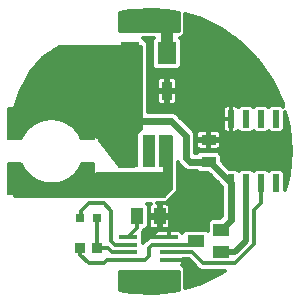
<source format=gtl>
G75*
%MOIN*%
%OFA0B0*%
%FSLAX25Y25*%
%IPPOS*%
%LPD*%
%AMOC8*
5,1,8,0,0,1.08239X$1,22.5*
%
%ADD10R,0.05118X0.03543*%
%ADD11R,0.02165X0.05906*%
%ADD12R,0.03937X0.05512*%
%ADD13R,0.02165X0.11024*%
%ADD14R,0.03937X0.11024*%
%ADD15C,0.00500*%
%ADD16C,0.00160*%
%ADD17R,0.05000X0.05000*%
%ADD18R,0.06299X0.07480*%
%ADD19R,0.03543X0.06299*%
%ADD20R,0.06299X0.01181*%
%ADD21R,0.03740X0.03740*%
%ADD22R,0.03150X0.03150*%
%ADD23R,0.05512X0.03937*%
%ADD24C,0.01000*%
%ADD25C,0.02400*%
%ADD26C,0.01200*%
%ADD27C,0.03762*%
%ADD28C,0.02778*%
%ADD29C,0.04000*%
%ADD30C,0.02000*%
D10*
X0071600Y0047860D03*
X0071600Y0055340D03*
D11*
X0079100Y0062230D03*
X0084100Y0062230D03*
X0089100Y0062230D03*
X0094100Y0062230D03*
X0094100Y0040970D03*
X0089100Y0040970D03*
X0084100Y0040970D03*
X0079100Y0040970D03*
D12*
X0055340Y0029769D03*
X0047860Y0029769D03*
X0051600Y0038431D03*
D13*
X0047171Y0051600D03*
X0056029Y0051600D03*
D14*
X0051600Y0051600D03*
D15*
X0033470Y0047466D02*
X0033470Y0037230D01*
X0004730Y0037230D01*
X0004730Y0047466D01*
X0009257Y0047466D01*
X0009620Y0046209D01*
X0010174Y0045024D01*
X0010908Y0043940D01*
X0011801Y0042984D01*
X0012833Y0042180D01*
X0013979Y0041547D01*
X0015209Y0041101D01*
X0016494Y0040853D01*
X0017801Y0040809D01*
X0019100Y0040970D01*
X0020406Y0040762D01*
X0021729Y0040770D01*
X0023032Y0040996D01*
X0024281Y0041432D01*
X0025441Y0042067D01*
X0026481Y0042884D01*
X0027373Y0043861D01*
X0028093Y0044971D01*
X0028621Y0046183D01*
X0028943Y0047466D01*
X0033470Y0047466D01*
X0033470Y0047463D02*
X0028942Y0047463D01*
X0028817Y0046965D02*
X0033470Y0046965D01*
X0033470Y0046466D02*
X0028692Y0046466D01*
X0028527Y0045968D02*
X0033470Y0045968D01*
X0033470Y0045469D02*
X0028310Y0045469D01*
X0028093Y0044970D02*
X0033470Y0044970D01*
X0033470Y0044472D02*
X0027769Y0044472D01*
X0027446Y0043973D02*
X0033470Y0043973D01*
X0033470Y0043475D02*
X0027020Y0043475D01*
X0026565Y0042976D02*
X0033470Y0042976D01*
X0033470Y0042478D02*
X0025963Y0042478D01*
X0025280Y0041979D02*
X0033470Y0041979D01*
X0033470Y0041481D02*
X0024369Y0041481D01*
X0022954Y0040982D02*
X0033470Y0040982D01*
X0033470Y0040484D02*
X0004730Y0040484D01*
X0004730Y0040982D02*
X0015823Y0040982D01*
X0014160Y0041481D02*
X0004730Y0041481D01*
X0004730Y0041979D02*
X0013196Y0041979D01*
X0012451Y0042478D02*
X0004730Y0042478D01*
X0004730Y0042976D02*
X0011811Y0042976D01*
X0011342Y0043475D02*
X0004730Y0043475D01*
X0004730Y0043973D02*
X0010885Y0043973D01*
X0010547Y0044472D02*
X0004730Y0044472D01*
X0004730Y0044970D02*
X0010210Y0044970D01*
X0009966Y0045469D02*
X0004730Y0045469D01*
X0004730Y0045968D02*
X0009733Y0045968D01*
X0009546Y0046466D02*
X0004730Y0046466D01*
X0004730Y0046965D02*
X0009402Y0046965D01*
X0009258Y0047463D02*
X0004730Y0047463D01*
X0004730Y0039985D02*
X0033470Y0039985D01*
X0033470Y0039487D02*
X0004730Y0039487D01*
X0004730Y0038988D02*
X0033470Y0038988D01*
X0033470Y0038490D02*
X0004730Y0038490D01*
X0004730Y0037991D02*
X0033470Y0037991D01*
X0033470Y0037493D02*
X0004730Y0037493D01*
X0004730Y0055734D02*
X0004730Y0065970D01*
X0033470Y0065970D01*
X0033470Y0055734D01*
X0028943Y0055734D01*
X0028580Y0056991D01*
X0028026Y0058176D01*
X0027292Y0059260D01*
X0026399Y0060216D01*
X0025367Y0061020D01*
X0024221Y0061653D01*
X0022991Y0062099D01*
X0021706Y0062347D01*
X0020399Y0062391D01*
X0019100Y0062230D01*
X0017794Y0062438D01*
X0016471Y0062430D01*
X0015168Y0062204D01*
X0013919Y0061768D01*
X0012759Y0061133D01*
X0011719Y0060316D01*
X0010827Y0059339D01*
X0010107Y0058229D01*
X0009579Y0057017D01*
X0009257Y0055734D01*
X0004730Y0055734D01*
X0004730Y0055938D02*
X0009309Y0055938D01*
X0009434Y0056436D02*
X0004730Y0056436D01*
X0004730Y0056935D02*
X0009559Y0056935D01*
X0009761Y0057433D02*
X0004730Y0057433D01*
X0004730Y0057932D02*
X0009978Y0057932D01*
X0010238Y0058430D02*
X0004730Y0058430D01*
X0004730Y0058929D02*
X0010561Y0058929D01*
X0010908Y0059427D02*
X0004730Y0059427D01*
X0004730Y0059926D02*
X0011363Y0059926D01*
X0011858Y0060424D02*
X0004730Y0060424D01*
X0004730Y0060923D02*
X0012492Y0060923D01*
X0013287Y0061421D02*
X0004730Y0061421D01*
X0004730Y0061920D02*
X0014355Y0061920D01*
X0016406Y0062418D02*
X0004730Y0062418D01*
X0004730Y0062917D02*
X0033470Y0062917D01*
X0033470Y0063415D02*
X0004730Y0063415D01*
X0004730Y0063914D02*
X0033470Y0063914D01*
X0033470Y0064412D02*
X0004730Y0064412D01*
X0004730Y0064911D02*
X0033470Y0064911D01*
X0033470Y0065409D02*
X0004730Y0065409D01*
X0004730Y0065908D02*
X0033470Y0065908D01*
X0033470Y0062418D02*
X0017919Y0062418D01*
X0023486Y0061920D02*
X0033470Y0061920D01*
X0033470Y0061421D02*
X0024641Y0061421D01*
X0025492Y0060923D02*
X0033470Y0060923D01*
X0033470Y0060424D02*
X0026132Y0060424D01*
X0026670Y0059926D02*
X0033470Y0059926D01*
X0033470Y0059427D02*
X0027136Y0059427D01*
X0027517Y0058929D02*
X0033470Y0058929D01*
X0033470Y0058430D02*
X0027854Y0058430D01*
X0028140Y0057932D02*
X0033470Y0057932D01*
X0033470Y0057433D02*
X0028373Y0057433D01*
X0028596Y0056935D02*
X0033470Y0056935D01*
X0033470Y0056436D02*
X0028740Y0056436D01*
X0028884Y0055938D02*
X0033470Y0055938D01*
D16*
X0007996Y0046957D02*
X0009323Y0047515D01*
X0009428Y0047277D01*
X0009540Y0047042D01*
X0009656Y0046810D01*
X0009779Y0046581D01*
X0009907Y0046355D01*
X0010041Y0046132D01*
X0010180Y0045912D01*
X0010324Y0045696D01*
X0010474Y0045483D01*
X0010628Y0045274D01*
X0010788Y0045069D01*
X0010953Y0044868D01*
X0011122Y0044671D01*
X0011296Y0044478D01*
X0011475Y0044290D01*
X0011659Y0044106D01*
X0011847Y0043926D01*
X0012039Y0043751D01*
X0012236Y0043581D01*
X0012436Y0043416D01*
X0012641Y0043255D01*
X0012849Y0043100D01*
X0013061Y0042950D01*
X0013277Y0042804D01*
X0013496Y0042665D01*
X0013718Y0042530D01*
X0013944Y0042402D01*
X0014173Y0042278D01*
X0014405Y0042160D01*
X0014639Y0042048D01*
X0014876Y0041942D01*
X0015116Y0041842D01*
X0015358Y0041747D01*
X0015603Y0041658D01*
X0015849Y0041576D01*
X0016097Y0041499D01*
X0016348Y0041429D01*
X0016599Y0041364D01*
X0016853Y0041306D01*
X0017107Y0041254D01*
X0017363Y0041208D01*
X0017620Y0041168D01*
X0017878Y0041135D01*
X0018137Y0041108D01*
X0018396Y0041087D01*
X0018655Y0041073D01*
X0018915Y0041065D01*
X0019175Y0041063D01*
X0019435Y0041068D01*
X0019694Y0041079D01*
X0019954Y0041096D01*
X0020213Y0041120D01*
X0020471Y0041150D01*
X0020728Y0041186D01*
X0020985Y0041228D01*
X0021240Y0041277D01*
X0021494Y0041332D01*
X0021747Y0041393D01*
X0021998Y0041460D01*
X0022247Y0041534D01*
X0022495Y0041613D01*
X0022740Y0041699D01*
X0022983Y0041790D01*
X0023225Y0041887D01*
X0023463Y0041990D01*
X0023699Y0042099D01*
X0023932Y0042214D01*
X0024163Y0042334D01*
X0024390Y0042460D01*
X0024614Y0042592D01*
X0024835Y0042728D01*
X0025053Y0042871D01*
X0025267Y0043018D01*
X0025477Y0043171D01*
X0025684Y0043328D01*
X0025887Y0043491D01*
X0026085Y0043659D01*
X0026280Y0043831D01*
X0026470Y0044008D01*
X0026656Y0044190D01*
X0026838Y0044376D01*
X0027014Y0044567D01*
X0027187Y0044761D01*
X0027354Y0044960D01*
X0027516Y0045163D01*
X0027674Y0045370D01*
X0027826Y0045581D01*
X0027973Y0045795D01*
X0028115Y0046013D01*
X0028251Y0046234D01*
X0028383Y0046458D01*
X0028508Y0046686D01*
X0028628Y0046917D01*
X0028742Y0047150D01*
X0028851Y0047386D01*
X0028954Y0047625D01*
X0030287Y0047082D01*
X0030171Y0046810D01*
X0030048Y0046542D01*
X0029918Y0046277D01*
X0029782Y0046015D01*
X0029640Y0045756D01*
X0029491Y0045501D01*
X0029336Y0045249D01*
X0029175Y0045002D01*
X0029008Y0044758D01*
X0028835Y0044519D01*
X0028657Y0044284D01*
X0028472Y0044053D01*
X0028282Y0043827D01*
X0028087Y0043606D01*
X0027886Y0043389D01*
X0027680Y0043178D01*
X0027469Y0042971D01*
X0027253Y0042770D01*
X0027032Y0042574D01*
X0026807Y0042383D01*
X0026577Y0042198D01*
X0026342Y0042019D01*
X0026103Y0041846D01*
X0025860Y0041678D01*
X0025613Y0041516D01*
X0025362Y0041361D01*
X0025107Y0041211D01*
X0024849Y0041068D01*
X0024587Y0040931D01*
X0024322Y0040801D01*
X0024054Y0040677D01*
X0023783Y0040560D01*
X0023509Y0040449D01*
X0023233Y0040345D01*
X0022954Y0040248D01*
X0022673Y0040158D01*
X0022390Y0040075D01*
X0022105Y0039998D01*
X0021818Y0039929D01*
X0021529Y0039866D01*
X0021239Y0039811D01*
X0020948Y0039763D01*
X0020655Y0039721D01*
X0020362Y0039687D01*
X0020068Y0039661D01*
X0019773Y0039641D01*
X0019478Y0039628D01*
X0019183Y0039623D01*
X0018888Y0039625D01*
X0018593Y0039634D01*
X0018298Y0039651D01*
X0018003Y0039674D01*
X0017710Y0039705D01*
X0017417Y0039743D01*
X0017125Y0039788D01*
X0016834Y0039840D01*
X0016545Y0039899D01*
X0016257Y0039965D01*
X0015971Y0040039D01*
X0015687Y0040119D01*
X0015405Y0040206D01*
X0015125Y0040300D01*
X0014848Y0040401D01*
X0014573Y0040508D01*
X0014300Y0040622D01*
X0014031Y0040743D01*
X0013764Y0040871D01*
X0013501Y0041004D01*
X0013241Y0041145D01*
X0012985Y0041291D01*
X0012732Y0041444D01*
X0012483Y0041603D01*
X0012238Y0041768D01*
X0011998Y0041938D01*
X0011761Y0042115D01*
X0011529Y0042297D01*
X0011301Y0042485D01*
X0011078Y0042679D01*
X0010860Y0042878D01*
X0010646Y0043082D01*
X0010438Y0043291D01*
X0010235Y0043505D01*
X0010037Y0043725D01*
X0009845Y0043949D01*
X0009658Y0044177D01*
X0009476Y0044410D01*
X0009301Y0044648D01*
X0009131Y0044889D01*
X0008967Y0045135D01*
X0008810Y0045385D01*
X0008658Y0045638D01*
X0008513Y0045895D01*
X0008374Y0046156D01*
X0008241Y0046419D01*
X0008115Y0046686D01*
X0007995Y0046956D01*
X0008135Y0047015D01*
X0008253Y0046748D01*
X0008377Y0046485D01*
X0008508Y0046224D01*
X0008646Y0045967D01*
X0008789Y0045713D01*
X0008939Y0045463D01*
X0009094Y0045216D01*
X0009256Y0044974D01*
X0009424Y0044735D01*
X0009597Y0044501D01*
X0009776Y0044271D01*
X0009961Y0044045D01*
X0010151Y0043824D01*
X0010346Y0043607D01*
X0010547Y0043396D01*
X0010752Y0043189D01*
X0010963Y0042988D01*
X0011179Y0042791D01*
X0011399Y0042600D01*
X0011624Y0042415D01*
X0011853Y0042235D01*
X0012087Y0042060D01*
X0012325Y0041892D01*
X0012567Y0041729D01*
X0012812Y0041572D01*
X0013062Y0041421D01*
X0013315Y0041276D01*
X0013572Y0041138D01*
X0013832Y0041006D01*
X0014095Y0040880D01*
X0014361Y0040761D01*
X0014630Y0040648D01*
X0014901Y0040542D01*
X0015175Y0040442D01*
X0015452Y0040350D01*
X0015730Y0040264D01*
X0016011Y0040184D01*
X0016293Y0040112D01*
X0016577Y0040047D01*
X0016863Y0039988D01*
X0017150Y0039937D01*
X0017438Y0039892D01*
X0017727Y0039855D01*
X0018017Y0039825D01*
X0018308Y0039801D01*
X0018599Y0039785D01*
X0018891Y0039776D01*
X0019182Y0039774D01*
X0019474Y0039779D01*
X0019765Y0039792D01*
X0020056Y0039811D01*
X0020346Y0039838D01*
X0020636Y0039871D01*
X0020925Y0039912D01*
X0021212Y0039960D01*
X0021499Y0040014D01*
X0021784Y0040076D01*
X0022067Y0040144D01*
X0022349Y0040220D01*
X0022628Y0040302D01*
X0022906Y0040391D01*
X0023181Y0040487D01*
X0023454Y0040590D01*
X0023725Y0040699D01*
X0023992Y0040815D01*
X0024257Y0040937D01*
X0024518Y0041066D01*
X0024777Y0041201D01*
X0025032Y0041342D01*
X0025283Y0041490D01*
X0025531Y0041643D01*
X0025775Y0041803D01*
X0026015Y0041968D01*
X0026251Y0042140D01*
X0026483Y0042317D01*
X0026710Y0042499D01*
X0026933Y0042688D01*
X0027151Y0042881D01*
X0027364Y0043080D01*
X0027573Y0043284D01*
X0027776Y0043493D01*
X0027974Y0043706D01*
X0028167Y0043925D01*
X0028355Y0044148D01*
X0028537Y0044376D01*
X0028713Y0044608D01*
X0028884Y0044845D01*
X0029049Y0045085D01*
X0029208Y0045329D01*
X0029361Y0045578D01*
X0029508Y0045830D01*
X0029648Y0046085D01*
X0029783Y0046344D01*
X0029911Y0046606D01*
X0030032Y0046871D01*
X0030148Y0047139D01*
X0030008Y0047196D01*
X0029894Y0046931D01*
X0029774Y0046669D01*
X0029648Y0046411D01*
X0029515Y0046155D01*
X0029376Y0045903D01*
X0029231Y0045655D01*
X0029080Y0045410D01*
X0028923Y0045168D01*
X0028760Y0044931D01*
X0028592Y0044697D01*
X0028417Y0044468D01*
X0028238Y0044243D01*
X0028052Y0044023D01*
X0027862Y0043807D01*
X0027666Y0043596D01*
X0027465Y0043390D01*
X0027260Y0043189D01*
X0027049Y0042992D01*
X0026834Y0042801D01*
X0026614Y0042616D01*
X0026389Y0042435D01*
X0026161Y0042261D01*
X0025928Y0042091D01*
X0025691Y0041928D01*
X0025450Y0041770D01*
X0025205Y0041619D01*
X0024957Y0041473D01*
X0024705Y0041334D01*
X0024450Y0041200D01*
X0024192Y0041073D01*
X0023930Y0040953D01*
X0023666Y0040838D01*
X0023399Y0040731D01*
X0023130Y0040629D01*
X0022858Y0040535D01*
X0022584Y0040447D01*
X0022308Y0040365D01*
X0022029Y0040291D01*
X0021750Y0040223D01*
X0021468Y0040162D01*
X0021186Y0040108D01*
X0020902Y0040061D01*
X0020617Y0040021D01*
X0020331Y0039988D01*
X0020044Y0039962D01*
X0019757Y0039942D01*
X0019469Y0039930D01*
X0019181Y0039925D01*
X0018893Y0039927D01*
X0018606Y0039936D01*
X0018318Y0039952D01*
X0018031Y0039975D01*
X0017745Y0040005D01*
X0017460Y0040042D01*
X0017175Y0040086D01*
X0016892Y0040136D01*
X0016610Y0040194D01*
X0016329Y0040259D01*
X0016050Y0040330D01*
X0015773Y0040408D01*
X0015498Y0040493D01*
X0015225Y0040585D01*
X0014955Y0040683D01*
X0014687Y0040788D01*
X0014421Y0040899D01*
X0014158Y0041017D01*
X0013899Y0041141D01*
X0013642Y0041272D01*
X0013389Y0041408D01*
X0013139Y0041551D01*
X0012892Y0041700D01*
X0012650Y0041855D01*
X0012411Y0042015D01*
X0012176Y0042182D01*
X0011945Y0042354D01*
X0011719Y0042532D01*
X0011497Y0042715D01*
X0011279Y0042904D01*
X0011067Y0043098D01*
X0010859Y0043297D01*
X0010656Y0043501D01*
X0010457Y0043709D01*
X0010265Y0043923D01*
X0010077Y0044141D01*
X0009895Y0044364D01*
X0009718Y0044591D01*
X0009547Y0044823D01*
X0009381Y0045058D01*
X0009222Y0045298D01*
X0009068Y0045541D01*
X0008920Y0045788D01*
X0008778Y0046039D01*
X0008643Y0046293D01*
X0008513Y0046550D01*
X0008390Y0046810D01*
X0008274Y0047073D01*
X0008413Y0047132D01*
X0008528Y0046872D01*
X0008650Y0046615D01*
X0008777Y0046361D01*
X0008911Y0046111D01*
X0009051Y0045863D01*
X0009197Y0045620D01*
X0009349Y0045379D01*
X0009506Y0045143D01*
X0009670Y0044910D01*
X0009839Y0044682D01*
X0010013Y0044458D01*
X0010193Y0044238D01*
X0010378Y0044022D01*
X0010569Y0043811D01*
X0010764Y0043605D01*
X0010965Y0043404D01*
X0011170Y0043208D01*
X0011380Y0043016D01*
X0011595Y0042830D01*
X0011814Y0042649D01*
X0012038Y0042474D01*
X0012265Y0042304D01*
X0012497Y0042139D01*
X0012733Y0041981D01*
X0012973Y0041828D01*
X0013216Y0041681D01*
X0013462Y0041540D01*
X0013713Y0041405D01*
X0013966Y0041276D01*
X0014222Y0041154D01*
X0014482Y0041038D01*
X0014744Y0040928D01*
X0015008Y0040824D01*
X0015275Y0040727D01*
X0015545Y0040637D01*
X0015816Y0040553D01*
X0016090Y0040476D01*
X0016365Y0040405D01*
X0016642Y0040342D01*
X0016920Y0040285D01*
X0017200Y0040235D01*
X0017481Y0040191D01*
X0017763Y0040155D01*
X0018045Y0040125D01*
X0018329Y0040103D01*
X0018612Y0040087D01*
X0018896Y0040078D01*
X0019180Y0040076D01*
X0019465Y0040081D01*
X0019748Y0040093D01*
X0020032Y0040112D01*
X0020315Y0040138D01*
X0020597Y0040171D01*
X0020879Y0040210D01*
X0021159Y0040257D01*
X0021438Y0040310D01*
X0021716Y0040370D01*
X0021992Y0040437D01*
X0022266Y0040511D01*
X0022539Y0040591D01*
X0022810Y0040678D01*
X0023078Y0040771D01*
X0023344Y0040871D01*
X0023607Y0040978D01*
X0023868Y0041090D01*
X0024126Y0041209D01*
X0024381Y0041335D01*
X0024633Y0041466D01*
X0024882Y0041604D01*
X0025127Y0041748D01*
X0025368Y0041898D01*
X0025606Y0042053D01*
X0025840Y0042214D01*
X0026070Y0042381D01*
X0026296Y0042554D01*
X0026517Y0042732D01*
X0026734Y0042915D01*
X0026947Y0043104D01*
X0027155Y0043297D01*
X0027358Y0043496D01*
X0027556Y0043700D01*
X0027750Y0043908D01*
X0027938Y0044121D01*
X0028120Y0044339D01*
X0028298Y0044560D01*
X0028470Y0044787D01*
X0028636Y0045017D01*
X0028797Y0045251D01*
X0028952Y0045490D01*
X0029101Y0045731D01*
X0029244Y0045977D01*
X0029381Y0046226D01*
X0029512Y0046478D01*
X0029637Y0046733D01*
X0029756Y0046991D01*
X0029868Y0047253D01*
X0029728Y0047310D01*
X0029617Y0047052D01*
X0029500Y0046797D01*
X0029377Y0046545D01*
X0029248Y0046296D01*
X0029112Y0046051D01*
X0028971Y0045808D01*
X0028824Y0045570D01*
X0028671Y0045335D01*
X0028512Y0045103D01*
X0028348Y0044876D01*
X0028178Y0044653D01*
X0028003Y0044434D01*
X0027823Y0044219D01*
X0027637Y0044009D01*
X0027446Y0043803D01*
X0027251Y0043602D01*
X0027050Y0043406D01*
X0026845Y0043215D01*
X0026635Y0043029D01*
X0026421Y0042848D01*
X0026202Y0042672D01*
X0025979Y0042502D01*
X0025752Y0042337D01*
X0025521Y0042178D01*
X0025287Y0042025D01*
X0025048Y0041877D01*
X0024806Y0041735D01*
X0024561Y0041599D01*
X0024312Y0041469D01*
X0024061Y0041346D01*
X0023806Y0041228D01*
X0023549Y0041117D01*
X0023289Y0041012D01*
X0023026Y0040913D01*
X0022761Y0040821D01*
X0022494Y0040735D01*
X0022225Y0040656D01*
X0021954Y0040583D01*
X0021682Y0040517D01*
X0021408Y0040458D01*
X0021132Y0040405D01*
X0020856Y0040360D01*
X0020578Y0040320D01*
X0020299Y0040288D01*
X0020020Y0040263D01*
X0019740Y0040244D01*
X0019460Y0040232D01*
X0019180Y0040227D01*
X0018899Y0040229D01*
X0018619Y0040238D01*
X0018339Y0040253D01*
X0018059Y0040276D01*
X0017780Y0040305D01*
X0017502Y0040341D01*
X0017225Y0040383D01*
X0016949Y0040433D01*
X0016674Y0040489D01*
X0016401Y0040552D01*
X0016129Y0040622D01*
X0015859Y0040698D01*
X0015591Y0040781D01*
X0015325Y0040870D01*
X0015062Y0040965D01*
X0014801Y0041068D01*
X0014542Y0041176D01*
X0014286Y0041291D01*
X0014033Y0041412D01*
X0013783Y0041539D01*
X0013536Y0041672D01*
X0013293Y0041811D01*
X0013053Y0041956D01*
X0012816Y0042107D01*
X0012583Y0042263D01*
X0012355Y0042426D01*
X0012130Y0042593D01*
X0011909Y0042766D01*
X0011693Y0042945D01*
X0011481Y0043129D01*
X0011274Y0043317D01*
X0011071Y0043511D01*
X0010873Y0043710D01*
X0010680Y0043913D01*
X0010492Y0044122D01*
X0010309Y0044334D01*
X0010132Y0044551D01*
X0009959Y0044773D01*
X0009793Y0044998D01*
X0009631Y0045228D01*
X0009476Y0045461D01*
X0009326Y0045698D01*
X0009182Y0045939D01*
X0009044Y0046183D01*
X0008912Y0046430D01*
X0008786Y0046681D01*
X0008666Y0046934D01*
X0008552Y0047191D01*
X0008691Y0047249D01*
X0008804Y0046996D01*
X0008922Y0046746D01*
X0009046Y0046499D01*
X0009177Y0046255D01*
X0009313Y0046014D01*
X0009455Y0045776D01*
X0009603Y0045542D01*
X0009757Y0045312D01*
X0009916Y0045086D01*
X0010080Y0044863D01*
X0010250Y0044645D01*
X0010426Y0044431D01*
X0010606Y0044221D01*
X0010791Y0044015D01*
X0010982Y0043815D01*
X0011177Y0043619D01*
X0011377Y0043427D01*
X0011582Y0043241D01*
X0011791Y0043060D01*
X0012004Y0042884D01*
X0012222Y0042713D01*
X0012444Y0042547D01*
X0012670Y0042387D01*
X0012899Y0042233D01*
X0013133Y0042084D01*
X0013370Y0041941D01*
X0013610Y0041804D01*
X0013853Y0041672D01*
X0014100Y0041547D01*
X0014350Y0041428D01*
X0014602Y0041314D01*
X0014858Y0041207D01*
X0015115Y0041107D01*
X0015375Y0041012D01*
X0015638Y0040924D01*
X0015902Y0040843D01*
X0016169Y0040767D01*
X0016437Y0040699D01*
X0016706Y0040637D01*
X0016978Y0040581D01*
X0017250Y0040532D01*
X0017523Y0040490D01*
X0017798Y0040455D01*
X0018073Y0040426D01*
X0018349Y0040404D01*
X0018625Y0040389D01*
X0018902Y0040380D01*
X0019179Y0040378D01*
X0019455Y0040383D01*
X0019732Y0040395D01*
X0020008Y0040413D01*
X0020284Y0040438D01*
X0020559Y0040470D01*
X0020833Y0040509D01*
X0021106Y0040554D01*
X0021377Y0040606D01*
X0021648Y0040664D01*
X0021917Y0040730D01*
X0022184Y0040801D01*
X0022450Y0040879D01*
X0022713Y0040964D01*
X0022975Y0041055D01*
X0023234Y0041152D01*
X0023490Y0041256D01*
X0023744Y0041366D01*
X0023995Y0041482D01*
X0024244Y0041604D01*
X0024489Y0041732D01*
X0024731Y0041866D01*
X0024970Y0042006D01*
X0025205Y0042152D01*
X0025437Y0042303D01*
X0025665Y0042460D01*
X0025889Y0042623D01*
X0026109Y0042791D01*
X0026324Y0042964D01*
X0026536Y0043143D01*
X0026743Y0043326D01*
X0026945Y0043515D01*
X0027143Y0043708D01*
X0027336Y0043907D01*
X0027525Y0044109D01*
X0027708Y0044317D01*
X0027886Y0044529D01*
X0028059Y0044745D01*
X0028226Y0044965D01*
X0028388Y0045190D01*
X0028545Y0045418D01*
X0028696Y0045650D01*
X0028841Y0045885D01*
X0028981Y0046124D01*
X0029114Y0046367D01*
X0029242Y0046612D01*
X0029363Y0046861D01*
X0029479Y0047112D01*
X0029588Y0047366D01*
X0029448Y0047423D01*
X0029340Y0047173D01*
X0029226Y0046925D01*
X0029106Y0046679D01*
X0028981Y0046437D01*
X0028849Y0046198D01*
X0028711Y0045962D01*
X0028568Y0045730D01*
X0028419Y0045501D01*
X0028264Y0045276D01*
X0028104Y0045054D01*
X0027939Y0044837D01*
X0027769Y0044624D01*
X0027593Y0044415D01*
X0027412Y0044210D01*
X0027226Y0044010D01*
X0027036Y0043814D01*
X0026841Y0043624D01*
X0026641Y0043438D01*
X0026437Y0043256D01*
X0026228Y0043080D01*
X0026015Y0042909D01*
X0025798Y0042744D01*
X0025577Y0042583D01*
X0025352Y0042428D01*
X0025124Y0042279D01*
X0024892Y0042135D01*
X0024656Y0041997D01*
X0024417Y0041865D01*
X0024175Y0041738D01*
X0023930Y0041618D01*
X0023682Y0041503D01*
X0023432Y0041395D01*
X0023178Y0041293D01*
X0022923Y0041197D01*
X0022665Y0041107D01*
X0022405Y0041024D01*
X0022143Y0040946D01*
X0021879Y0040876D01*
X0021614Y0040812D01*
X0021347Y0040754D01*
X0021079Y0040703D01*
X0020810Y0040658D01*
X0020539Y0040620D01*
X0020268Y0040589D01*
X0019996Y0040564D01*
X0019724Y0040546D01*
X0019451Y0040534D01*
X0019178Y0040529D01*
X0018905Y0040531D01*
X0018632Y0040539D01*
X0018359Y0040555D01*
X0018087Y0040576D01*
X0017816Y0040605D01*
X0017545Y0040640D01*
X0017275Y0040681D01*
X0017006Y0040729D01*
X0016739Y0040784D01*
X0016473Y0040845D01*
X0016208Y0040913D01*
X0015945Y0040987D01*
X0015684Y0041068D01*
X0015426Y0041155D01*
X0015169Y0041248D01*
X0014915Y0041347D01*
X0014663Y0041453D01*
X0014414Y0041564D01*
X0014167Y0041682D01*
X0013924Y0041806D01*
X0013684Y0041935D01*
X0013446Y0042071D01*
X0013213Y0042212D01*
X0012983Y0042359D01*
X0012756Y0042511D01*
X0012533Y0042669D01*
X0012314Y0042832D01*
X0012100Y0043001D01*
X0011889Y0043175D01*
X0011683Y0043353D01*
X0011481Y0043537D01*
X0011283Y0043726D01*
X0011091Y0043919D01*
X0010903Y0044118D01*
X0010720Y0044320D01*
X0010542Y0044527D01*
X0010369Y0044738D01*
X0010201Y0044954D01*
X0010039Y0045173D01*
X0009882Y0045397D01*
X0009730Y0045624D01*
X0009584Y0045855D01*
X0009444Y0046089D01*
X0009309Y0046327D01*
X0009181Y0046567D01*
X0009058Y0046811D01*
X0008941Y0047058D01*
X0008831Y0047308D01*
X0008970Y0047366D01*
X0009079Y0047120D01*
X0009194Y0046877D01*
X0009315Y0046636D01*
X0009442Y0046398D01*
X0009575Y0046164D01*
X0009713Y0045933D01*
X0009857Y0045705D01*
X0010007Y0045481D01*
X0010162Y0045261D01*
X0010322Y0045044D01*
X0010487Y0044832D01*
X0010658Y0044624D01*
X0010834Y0044419D01*
X0011014Y0044220D01*
X0011199Y0044024D01*
X0011390Y0043833D01*
X0011584Y0043647D01*
X0011783Y0043466D01*
X0011987Y0043290D01*
X0012195Y0043118D01*
X0012407Y0042952D01*
X0012623Y0042791D01*
X0012842Y0042635D01*
X0013066Y0042485D01*
X0013293Y0042340D01*
X0013523Y0042201D01*
X0013757Y0042067D01*
X0013994Y0041939D01*
X0014234Y0041817D01*
X0014477Y0041701D01*
X0014723Y0041591D01*
X0014972Y0041487D01*
X0015222Y0041389D01*
X0015476Y0041297D01*
X0015731Y0041211D01*
X0015988Y0041132D01*
X0016248Y0041059D01*
X0016508Y0040992D01*
X0016771Y0040932D01*
X0017035Y0040878D01*
X0017300Y0040830D01*
X0017566Y0040789D01*
X0017833Y0040755D01*
X0018101Y0040727D01*
X0018370Y0040705D01*
X0018638Y0040690D01*
X0018908Y0040682D01*
X0019177Y0040680D01*
X0019446Y0040685D01*
X0019715Y0040696D01*
X0019984Y0040714D01*
X0020252Y0040739D01*
X0020520Y0040770D01*
X0020787Y0040807D01*
X0021052Y0040851D01*
X0021317Y0040902D01*
X0021580Y0040959D01*
X0021842Y0041022D01*
X0022102Y0041092D01*
X0022360Y0041168D01*
X0022617Y0041250D01*
X0022871Y0041339D01*
X0023123Y0041433D01*
X0023373Y0041534D01*
X0023620Y0041641D01*
X0023865Y0041754D01*
X0024107Y0041873D01*
X0024345Y0041998D01*
X0024581Y0042128D01*
X0024813Y0042264D01*
X0025042Y0042406D01*
X0025268Y0042553D01*
X0025489Y0042706D01*
X0025707Y0042864D01*
X0025921Y0043028D01*
X0026131Y0043196D01*
X0026337Y0043370D01*
X0026539Y0043549D01*
X0026736Y0043732D01*
X0026929Y0043921D01*
X0027116Y0044114D01*
X0027300Y0044311D01*
X0027478Y0044513D01*
X0027651Y0044719D01*
X0027820Y0044929D01*
X0027983Y0045144D01*
X0028140Y0045362D01*
X0028293Y0045584D01*
X0028440Y0045810D01*
X0028581Y0046039D01*
X0028717Y0046272D01*
X0028847Y0046507D01*
X0028971Y0046746D01*
X0029090Y0046988D01*
X0029202Y0047233D01*
X0029309Y0047480D01*
X0029169Y0047537D01*
X0029064Y0047293D01*
X0028953Y0047052D01*
X0028836Y0046814D01*
X0028713Y0046578D01*
X0028585Y0046345D01*
X0028451Y0046116D01*
X0028312Y0045890D01*
X0028167Y0045667D01*
X0028016Y0045448D01*
X0027861Y0045233D01*
X0027700Y0045022D01*
X0027534Y0044814D01*
X0027363Y0044611D01*
X0027187Y0044412D01*
X0027007Y0044217D01*
X0026821Y0044027D01*
X0026631Y0043841D01*
X0026437Y0043660D01*
X0026238Y0043484D01*
X0026035Y0043313D01*
X0025828Y0043146D01*
X0025617Y0042985D01*
X0025402Y0042829D01*
X0025183Y0042678D01*
X0024961Y0042533D01*
X0024735Y0042393D01*
X0024506Y0042259D01*
X0024273Y0042130D01*
X0024038Y0042007D01*
X0023799Y0041890D01*
X0023558Y0041779D01*
X0023315Y0041673D01*
X0023068Y0041574D01*
X0022820Y0041481D01*
X0022569Y0041393D01*
X0022316Y0041312D01*
X0022061Y0041237D01*
X0021804Y0041168D01*
X0021546Y0041106D01*
X0021287Y0041050D01*
X0021026Y0041000D01*
X0020764Y0040957D01*
X0020501Y0040920D01*
X0020237Y0040889D01*
X0019972Y0040865D01*
X0019707Y0040847D01*
X0019442Y0040836D01*
X0019176Y0040831D01*
X0018911Y0040833D01*
X0018645Y0040841D01*
X0018380Y0040856D01*
X0018115Y0040877D01*
X0017851Y0040905D01*
X0017587Y0040939D01*
X0017325Y0040979D01*
X0017063Y0041026D01*
X0016803Y0041079D01*
X0016544Y0041139D01*
X0016287Y0041205D01*
X0016031Y0041277D01*
X0015778Y0041355D01*
X0015526Y0041440D01*
X0015276Y0041530D01*
X0015029Y0041627D01*
X0014784Y0041730D01*
X0014541Y0041838D01*
X0014302Y0041953D01*
X0014065Y0042073D01*
X0013831Y0042199D01*
X0013600Y0042331D01*
X0013373Y0042468D01*
X0013149Y0042611D01*
X0012929Y0042759D01*
X0012712Y0042913D01*
X0012499Y0043071D01*
X0012290Y0043235D01*
X0012085Y0043404D01*
X0011884Y0043578D01*
X0011688Y0043757D01*
X0011496Y0043941D01*
X0011308Y0044129D01*
X0011125Y0044322D01*
X0010947Y0044519D01*
X0010774Y0044720D01*
X0010606Y0044926D01*
X0010443Y0045135D01*
X0010285Y0045349D01*
X0010132Y0045566D01*
X0009984Y0045787D01*
X0009842Y0046011D01*
X0009706Y0046239D01*
X0009575Y0046470D01*
X0009450Y0046705D01*
X0009330Y0046942D01*
X0009217Y0047182D01*
X0009109Y0047425D01*
X0009248Y0047483D01*
X0009354Y0047244D01*
X0009466Y0047007D01*
X0009584Y0046773D01*
X0009708Y0046542D01*
X0009837Y0046314D01*
X0009971Y0046090D01*
X0010112Y0045868D01*
X0010257Y0045650D01*
X0010408Y0045436D01*
X0010563Y0045226D01*
X0010724Y0045019D01*
X0010890Y0044816D01*
X0011061Y0044618D01*
X0011237Y0044424D01*
X0011417Y0044234D01*
X0011602Y0044048D01*
X0011791Y0043867D01*
X0011985Y0043691D01*
X0012183Y0043519D01*
X0012385Y0043353D01*
X0012591Y0043191D01*
X0012801Y0043034D01*
X0013015Y0042883D01*
X0013232Y0042737D01*
X0013453Y0042596D01*
X0013677Y0042461D01*
X0013905Y0042331D01*
X0014135Y0042207D01*
X0014369Y0042088D01*
X0014605Y0041975D01*
X0014844Y0041868D01*
X0015086Y0041767D01*
X0015330Y0041671D01*
X0015576Y0041582D01*
X0015824Y0041499D01*
X0016074Y0041421D01*
X0016326Y0041350D01*
X0016580Y0041285D01*
X0016835Y0041227D01*
X0017092Y0041174D01*
X0017350Y0041128D01*
X0017609Y0041088D01*
X0017869Y0041055D01*
X0018129Y0041027D01*
X0018390Y0041006D01*
X0018652Y0040992D01*
X0018913Y0040984D01*
X0019175Y0040982D01*
X0019437Y0040987D01*
X0019699Y0040998D01*
X0019960Y0041015D01*
X0020221Y0041039D01*
X0020481Y0041069D01*
X0020741Y0041106D01*
X0020999Y0041149D01*
X0021256Y0041198D01*
X0021512Y0041253D01*
X0021767Y0041315D01*
X0022020Y0041382D01*
X0022271Y0041456D01*
X0022521Y0041536D01*
X0022768Y0041622D01*
X0023013Y0041715D01*
X0023256Y0041813D01*
X0023496Y0041917D01*
X0023734Y0042026D01*
X0023969Y0042142D01*
X0024201Y0042263D01*
X0024431Y0042390D01*
X0024656Y0042522D01*
X0024879Y0042660D01*
X0025098Y0042804D01*
X0025314Y0042952D01*
X0025526Y0043106D01*
X0025734Y0043265D01*
X0025939Y0043429D01*
X0026139Y0043598D01*
X0026335Y0043771D01*
X0026526Y0043950D01*
X0026714Y0044133D01*
X0026897Y0044321D01*
X0027075Y0044513D01*
X0027248Y0044709D01*
X0027417Y0044909D01*
X0027580Y0045114D01*
X0027739Y0045322D01*
X0027892Y0045534D01*
X0028041Y0045750D01*
X0028184Y0045970D01*
X0028321Y0046193D01*
X0028453Y0046419D01*
X0028580Y0046648D01*
X0028701Y0046881D01*
X0028816Y0047116D01*
X0028925Y0047354D01*
X0029029Y0047594D01*
X0030204Y0056243D02*
X0028877Y0055685D01*
X0028772Y0055923D01*
X0028660Y0056158D01*
X0028544Y0056390D01*
X0028421Y0056619D01*
X0028293Y0056845D01*
X0028159Y0057068D01*
X0028020Y0057288D01*
X0027876Y0057504D01*
X0027726Y0057717D01*
X0027572Y0057926D01*
X0027412Y0058131D01*
X0027247Y0058332D01*
X0027078Y0058529D01*
X0026904Y0058722D01*
X0026725Y0058910D01*
X0026541Y0059094D01*
X0026353Y0059274D01*
X0026161Y0059449D01*
X0025964Y0059619D01*
X0025764Y0059784D01*
X0025559Y0059945D01*
X0025351Y0060100D01*
X0025139Y0060250D01*
X0024923Y0060396D01*
X0024704Y0060535D01*
X0024482Y0060670D01*
X0024256Y0060798D01*
X0024027Y0060922D01*
X0023795Y0061040D01*
X0023561Y0061152D01*
X0023324Y0061258D01*
X0023084Y0061358D01*
X0022842Y0061453D01*
X0022597Y0061542D01*
X0022351Y0061624D01*
X0022103Y0061701D01*
X0021852Y0061771D01*
X0021601Y0061836D01*
X0021347Y0061894D01*
X0021093Y0061946D01*
X0020837Y0061992D01*
X0020580Y0062032D01*
X0020322Y0062065D01*
X0020063Y0062092D01*
X0019804Y0062113D01*
X0019545Y0062127D01*
X0019285Y0062135D01*
X0019025Y0062137D01*
X0018765Y0062132D01*
X0018506Y0062121D01*
X0018246Y0062104D01*
X0017987Y0062080D01*
X0017729Y0062050D01*
X0017472Y0062014D01*
X0017215Y0061972D01*
X0016960Y0061923D01*
X0016706Y0061868D01*
X0016453Y0061807D01*
X0016202Y0061740D01*
X0015953Y0061666D01*
X0015705Y0061587D01*
X0015460Y0061501D01*
X0015217Y0061410D01*
X0014975Y0061313D01*
X0014737Y0061210D01*
X0014501Y0061101D01*
X0014268Y0060986D01*
X0014037Y0060866D01*
X0013810Y0060740D01*
X0013586Y0060608D01*
X0013365Y0060472D01*
X0013147Y0060329D01*
X0012933Y0060182D01*
X0012723Y0060029D01*
X0012516Y0059872D01*
X0012313Y0059709D01*
X0012115Y0059541D01*
X0011920Y0059369D01*
X0011730Y0059192D01*
X0011544Y0059010D01*
X0011362Y0058824D01*
X0011186Y0058633D01*
X0011013Y0058439D01*
X0010846Y0058240D01*
X0010684Y0058037D01*
X0010526Y0057830D01*
X0010374Y0057619D01*
X0010227Y0057405D01*
X0010085Y0057187D01*
X0009949Y0056966D01*
X0009817Y0056742D01*
X0009692Y0056514D01*
X0009572Y0056283D01*
X0009458Y0056050D01*
X0009349Y0055814D01*
X0009246Y0055575D01*
X0007913Y0056118D01*
X0008029Y0056390D01*
X0008152Y0056658D01*
X0008282Y0056923D01*
X0008418Y0057185D01*
X0008560Y0057444D01*
X0008709Y0057699D01*
X0008864Y0057951D01*
X0009025Y0058198D01*
X0009192Y0058442D01*
X0009365Y0058681D01*
X0009543Y0058916D01*
X0009728Y0059147D01*
X0009918Y0059373D01*
X0010113Y0059594D01*
X0010314Y0059811D01*
X0010520Y0060022D01*
X0010731Y0060229D01*
X0010947Y0060430D01*
X0011168Y0060626D01*
X0011393Y0060817D01*
X0011623Y0061002D01*
X0011858Y0061181D01*
X0012097Y0061354D01*
X0012340Y0061522D01*
X0012587Y0061684D01*
X0012838Y0061839D01*
X0013093Y0061989D01*
X0013351Y0062132D01*
X0013613Y0062269D01*
X0013878Y0062399D01*
X0014146Y0062523D01*
X0014417Y0062640D01*
X0014691Y0062751D01*
X0014967Y0062855D01*
X0015246Y0062952D01*
X0015527Y0063042D01*
X0015810Y0063125D01*
X0016095Y0063202D01*
X0016382Y0063271D01*
X0016671Y0063334D01*
X0016961Y0063389D01*
X0017252Y0063437D01*
X0017545Y0063479D01*
X0017838Y0063513D01*
X0018132Y0063539D01*
X0018427Y0063559D01*
X0018722Y0063572D01*
X0019017Y0063577D01*
X0019312Y0063575D01*
X0019607Y0063566D01*
X0019902Y0063549D01*
X0020197Y0063526D01*
X0020490Y0063495D01*
X0020783Y0063457D01*
X0021075Y0063412D01*
X0021366Y0063360D01*
X0021655Y0063301D01*
X0021943Y0063235D01*
X0022229Y0063161D01*
X0022513Y0063081D01*
X0022795Y0062994D01*
X0023075Y0062900D01*
X0023352Y0062799D01*
X0023627Y0062692D01*
X0023900Y0062578D01*
X0024169Y0062457D01*
X0024436Y0062329D01*
X0024699Y0062196D01*
X0024959Y0062055D01*
X0025215Y0061909D01*
X0025468Y0061756D01*
X0025717Y0061597D01*
X0025962Y0061432D01*
X0026202Y0061262D01*
X0026439Y0061085D01*
X0026671Y0060903D01*
X0026899Y0060715D01*
X0027122Y0060521D01*
X0027340Y0060322D01*
X0027554Y0060118D01*
X0027762Y0059909D01*
X0027965Y0059695D01*
X0028163Y0059475D01*
X0028355Y0059251D01*
X0028542Y0059023D01*
X0028724Y0058790D01*
X0028899Y0058552D01*
X0029069Y0058311D01*
X0029233Y0058065D01*
X0029390Y0057815D01*
X0029542Y0057562D01*
X0029687Y0057305D01*
X0029826Y0057044D01*
X0029959Y0056781D01*
X0030085Y0056514D01*
X0030205Y0056244D01*
X0030065Y0056185D01*
X0029947Y0056452D01*
X0029823Y0056715D01*
X0029692Y0056976D01*
X0029554Y0057233D01*
X0029411Y0057487D01*
X0029261Y0057737D01*
X0029106Y0057984D01*
X0028944Y0058226D01*
X0028776Y0058465D01*
X0028603Y0058699D01*
X0028424Y0058929D01*
X0028239Y0059155D01*
X0028049Y0059376D01*
X0027854Y0059593D01*
X0027653Y0059804D01*
X0027448Y0060011D01*
X0027237Y0060212D01*
X0027021Y0060409D01*
X0026801Y0060600D01*
X0026576Y0060785D01*
X0026347Y0060965D01*
X0026113Y0061140D01*
X0025875Y0061308D01*
X0025633Y0061471D01*
X0025388Y0061628D01*
X0025138Y0061779D01*
X0024885Y0061924D01*
X0024628Y0062062D01*
X0024368Y0062194D01*
X0024105Y0062320D01*
X0023839Y0062439D01*
X0023570Y0062552D01*
X0023299Y0062658D01*
X0023025Y0062758D01*
X0022748Y0062850D01*
X0022470Y0062936D01*
X0022189Y0063016D01*
X0021907Y0063088D01*
X0021623Y0063153D01*
X0021337Y0063212D01*
X0021050Y0063263D01*
X0020762Y0063308D01*
X0020473Y0063345D01*
X0020183Y0063375D01*
X0019892Y0063399D01*
X0019601Y0063415D01*
X0019309Y0063424D01*
X0019018Y0063426D01*
X0018726Y0063421D01*
X0018435Y0063408D01*
X0018144Y0063389D01*
X0017854Y0063362D01*
X0017564Y0063329D01*
X0017275Y0063288D01*
X0016988Y0063240D01*
X0016701Y0063186D01*
X0016416Y0063124D01*
X0016133Y0063056D01*
X0015851Y0062980D01*
X0015572Y0062898D01*
X0015294Y0062809D01*
X0015019Y0062713D01*
X0014746Y0062610D01*
X0014475Y0062501D01*
X0014208Y0062385D01*
X0013943Y0062263D01*
X0013682Y0062134D01*
X0013423Y0061999D01*
X0013168Y0061858D01*
X0012917Y0061710D01*
X0012669Y0061557D01*
X0012425Y0061397D01*
X0012185Y0061232D01*
X0011949Y0061060D01*
X0011717Y0060883D01*
X0011490Y0060701D01*
X0011267Y0060512D01*
X0011049Y0060319D01*
X0010836Y0060120D01*
X0010627Y0059916D01*
X0010424Y0059707D01*
X0010226Y0059494D01*
X0010033Y0059275D01*
X0009845Y0059052D01*
X0009663Y0058824D01*
X0009487Y0058592D01*
X0009316Y0058355D01*
X0009151Y0058115D01*
X0008992Y0057871D01*
X0008839Y0057622D01*
X0008692Y0057370D01*
X0008552Y0057115D01*
X0008417Y0056856D01*
X0008289Y0056594D01*
X0008168Y0056329D01*
X0008052Y0056061D01*
X0008192Y0056004D01*
X0008306Y0056269D01*
X0008426Y0056531D01*
X0008552Y0056789D01*
X0008685Y0057045D01*
X0008824Y0057297D01*
X0008969Y0057545D01*
X0009120Y0057790D01*
X0009277Y0058032D01*
X0009440Y0058269D01*
X0009608Y0058503D01*
X0009783Y0058732D01*
X0009962Y0058957D01*
X0010148Y0059177D01*
X0010338Y0059393D01*
X0010534Y0059604D01*
X0010735Y0059810D01*
X0010940Y0060011D01*
X0011151Y0060208D01*
X0011366Y0060399D01*
X0011586Y0060584D01*
X0011811Y0060765D01*
X0012039Y0060939D01*
X0012272Y0061109D01*
X0012509Y0061272D01*
X0012750Y0061430D01*
X0012995Y0061581D01*
X0013243Y0061727D01*
X0013495Y0061866D01*
X0013750Y0062000D01*
X0014008Y0062127D01*
X0014270Y0062247D01*
X0014534Y0062362D01*
X0014801Y0062469D01*
X0015070Y0062571D01*
X0015342Y0062665D01*
X0015616Y0062753D01*
X0015892Y0062835D01*
X0016171Y0062909D01*
X0016450Y0062977D01*
X0016732Y0063038D01*
X0017014Y0063092D01*
X0017298Y0063139D01*
X0017583Y0063179D01*
X0017869Y0063212D01*
X0018156Y0063238D01*
X0018443Y0063258D01*
X0018731Y0063270D01*
X0019019Y0063275D01*
X0019307Y0063273D01*
X0019594Y0063264D01*
X0019882Y0063248D01*
X0020169Y0063225D01*
X0020455Y0063195D01*
X0020740Y0063158D01*
X0021025Y0063114D01*
X0021308Y0063064D01*
X0021590Y0063006D01*
X0021871Y0062941D01*
X0022150Y0062870D01*
X0022427Y0062792D01*
X0022702Y0062707D01*
X0022975Y0062615D01*
X0023245Y0062517D01*
X0023513Y0062412D01*
X0023779Y0062301D01*
X0024042Y0062183D01*
X0024301Y0062059D01*
X0024558Y0061928D01*
X0024811Y0061792D01*
X0025061Y0061649D01*
X0025308Y0061500D01*
X0025550Y0061345D01*
X0025789Y0061185D01*
X0026024Y0061018D01*
X0026255Y0060846D01*
X0026481Y0060668D01*
X0026703Y0060485D01*
X0026921Y0060296D01*
X0027133Y0060102D01*
X0027341Y0059903D01*
X0027544Y0059699D01*
X0027743Y0059491D01*
X0027935Y0059277D01*
X0028123Y0059059D01*
X0028305Y0058836D01*
X0028482Y0058609D01*
X0028653Y0058377D01*
X0028819Y0058142D01*
X0028978Y0057902D01*
X0029132Y0057659D01*
X0029280Y0057412D01*
X0029422Y0057161D01*
X0029557Y0056907D01*
X0029687Y0056650D01*
X0029810Y0056390D01*
X0029926Y0056127D01*
X0029787Y0056068D01*
X0029672Y0056328D01*
X0029550Y0056585D01*
X0029423Y0056839D01*
X0029289Y0057089D01*
X0029149Y0057337D01*
X0029003Y0057580D01*
X0028851Y0057821D01*
X0028694Y0058057D01*
X0028530Y0058290D01*
X0028361Y0058518D01*
X0028187Y0058742D01*
X0028007Y0058962D01*
X0027822Y0059178D01*
X0027631Y0059389D01*
X0027436Y0059595D01*
X0027235Y0059796D01*
X0027030Y0059992D01*
X0026820Y0060184D01*
X0026605Y0060370D01*
X0026386Y0060551D01*
X0026162Y0060726D01*
X0025935Y0060896D01*
X0025703Y0061061D01*
X0025467Y0061219D01*
X0025227Y0061372D01*
X0024984Y0061519D01*
X0024738Y0061660D01*
X0024487Y0061795D01*
X0024234Y0061924D01*
X0023978Y0062046D01*
X0023718Y0062162D01*
X0023456Y0062272D01*
X0023192Y0062376D01*
X0022925Y0062473D01*
X0022655Y0062563D01*
X0022384Y0062647D01*
X0022110Y0062724D01*
X0021835Y0062795D01*
X0021558Y0062858D01*
X0021280Y0062915D01*
X0021000Y0062965D01*
X0020719Y0063009D01*
X0020437Y0063045D01*
X0020155Y0063075D01*
X0019871Y0063097D01*
X0019588Y0063113D01*
X0019304Y0063122D01*
X0019020Y0063124D01*
X0018735Y0063119D01*
X0018452Y0063107D01*
X0018168Y0063088D01*
X0017885Y0063062D01*
X0017603Y0063029D01*
X0017321Y0062990D01*
X0017041Y0062943D01*
X0016762Y0062890D01*
X0016484Y0062830D01*
X0016208Y0062763D01*
X0015934Y0062689D01*
X0015661Y0062609D01*
X0015390Y0062522D01*
X0015122Y0062429D01*
X0014856Y0062329D01*
X0014593Y0062222D01*
X0014332Y0062110D01*
X0014074Y0061991D01*
X0013819Y0061865D01*
X0013567Y0061734D01*
X0013318Y0061596D01*
X0013073Y0061452D01*
X0012832Y0061302D01*
X0012594Y0061147D01*
X0012360Y0060986D01*
X0012130Y0060819D01*
X0011904Y0060646D01*
X0011683Y0060468D01*
X0011466Y0060285D01*
X0011253Y0060096D01*
X0011045Y0059903D01*
X0010842Y0059704D01*
X0010644Y0059500D01*
X0010450Y0059292D01*
X0010262Y0059079D01*
X0010080Y0058861D01*
X0009902Y0058640D01*
X0009730Y0058413D01*
X0009564Y0058183D01*
X0009403Y0057949D01*
X0009248Y0057710D01*
X0009099Y0057469D01*
X0008956Y0057223D01*
X0008819Y0056974D01*
X0008688Y0056722D01*
X0008563Y0056467D01*
X0008444Y0056209D01*
X0008332Y0055947D01*
X0008472Y0055890D01*
X0008583Y0056148D01*
X0008700Y0056403D01*
X0008823Y0056655D01*
X0008952Y0056904D01*
X0009088Y0057149D01*
X0009229Y0057392D01*
X0009376Y0057630D01*
X0009529Y0057865D01*
X0009688Y0058097D01*
X0009852Y0058324D01*
X0010022Y0058547D01*
X0010197Y0058766D01*
X0010377Y0058981D01*
X0010563Y0059191D01*
X0010754Y0059397D01*
X0010949Y0059598D01*
X0011150Y0059794D01*
X0011355Y0059985D01*
X0011565Y0060171D01*
X0011779Y0060352D01*
X0011998Y0060528D01*
X0012221Y0060698D01*
X0012448Y0060863D01*
X0012679Y0061022D01*
X0012913Y0061175D01*
X0013152Y0061323D01*
X0013394Y0061465D01*
X0013639Y0061601D01*
X0013888Y0061731D01*
X0014139Y0061854D01*
X0014394Y0061972D01*
X0014651Y0062083D01*
X0014911Y0062188D01*
X0015174Y0062287D01*
X0015439Y0062379D01*
X0015706Y0062465D01*
X0015975Y0062544D01*
X0016246Y0062617D01*
X0016518Y0062683D01*
X0016792Y0062742D01*
X0017068Y0062795D01*
X0017344Y0062840D01*
X0017622Y0062880D01*
X0017901Y0062912D01*
X0018180Y0062937D01*
X0018460Y0062956D01*
X0018740Y0062968D01*
X0019020Y0062973D01*
X0019301Y0062971D01*
X0019581Y0062962D01*
X0019861Y0062947D01*
X0020141Y0062924D01*
X0020420Y0062895D01*
X0020698Y0062859D01*
X0020975Y0062817D01*
X0021251Y0062767D01*
X0021526Y0062711D01*
X0021799Y0062648D01*
X0022071Y0062578D01*
X0022341Y0062502D01*
X0022609Y0062419D01*
X0022875Y0062330D01*
X0023138Y0062235D01*
X0023399Y0062132D01*
X0023658Y0062024D01*
X0023914Y0061909D01*
X0024167Y0061788D01*
X0024417Y0061661D01*
X0024664Y0061528D01*
X0024907Y0061389D01*
X0025147Y0061244D01*
X0025384Y0061093D01*
X0025617Y0060937D01*
X0025845Y0060774D01*
X0026070Y0060607D01*
X0026291Y0060434D01*
X0026507Y0060255D01*
X0026719Y0060071D01*
X0026926Y0059883D01*
X0027129Y0059689D01*
X0027327Y0059490D01*
X0027520Y0059287D01*
X0027708Y0059078D01*
X0027891Y0058866D01*
X0028068Y0058649D01*
X0028241Y0058427D01*
X0028407Y0058202D01*
X0028569Y0057972D01*
X0028724Y0057739D01*
X0028874Y0057502D01*
X0029018Y0057261D01*
X0029156Y0057017D01*
X0029288Y0056770D01*
X0029414Y0056519D01*
X0029534Y0056266D01*
X0029648Y0056009D01*
X0029509Y0055951D01*
X0029396Y0056204D01*
X0029278Y0056454D01*
X0029154Y0056701D01*
X0029023Y0056945D01*
X0028887Y0057186D01*
X0028745Y0057424D01*
X0028597Y0057658D01*
X0028443Y0057888D01*
X0028284Y0058114D01*
X0028120Y0058337D01*
X0027950Y0058555D01*
X0027774Y0058769D01*
X0027594Y0058979D01*
X0027409Y0059185D01*
X0027218Y0059385D01*
X0027023Y0059581D01*
X0026823Y0059773D01*
X0026618Y0059959D01*
X0026409Y0060140D01*
X0026196Y0060316D01*
X0025978Y0060487D01*
X0025756Y0060653D01*
X0025530Y0060813D01*
X0025301Y0060967D01*
X0025067Y0061116D01*
X0024830Y0061259D01*
X0024590Y0061396D01*
X0024347Y0061528D01*
X0024100Y0061653D01*
X0023850Y0061772D01*
X0023598Y0061886D01*
X0023342Y0061993D01*
X0023085Y0062093D01*
X0022825Y0062188D01*
X0022562Y0062276D01*
X0022298Y0062357D01*
X0022031Y0062433D01*
X0021763Y0062501D01*
X0021494Y0062563D01*
X0021222Y0062619D01*
X0020950Y0062668D01*
X0020677Y0062710D01*
X0020402Y0062745D01*
X0020127Y0062774D01*
X0019851Y0062796D01*
X0019575Y0062811D01*
X0019298Y0062820D01*
X0019021Y0062822D01*
X0018745Y0062817D01*
X0018468Y0062805D01*
X0018192Y0062787D01*
X0017916Y0062762D01*
X0017641Y0062730D01*
X0017367Y0062691D01*
X0017094Y0062646D01*
X0016823Y0062594D01*
X0016552Y0062536D01*
X0016283Y0062470D01*
X0016016Y0062399D01*
X0015750Y0062321D01*
X0015487Y0062236D01*
X0015225Y0062145D01*
X0014966Y0062048D01*
X0014710Y0061944D01*
X0014456Y0061834D01*
X0014205Y0061718D01*
X0013956Y0061596D01*
X0013711Y0061468D01*
X0013469Y0061334D01*
X0013230Y0061194D01*
X0012995Y0061048D01*
X0012763Y0060897D01*
X0012535Y0060740D01*
X0012311Y0060577D01*
X0012091Y0060409D01*
X0011876Y0060236D01*
X0011664Y0060057D01*
X0011457Y0059874D01*
X0011255Y0059685D01*
X0011057Y0059492D01*
X0010864Y0059293D01*
X0010675Y0059091D01*
X0010492Y0058883D01*
X0010314Y0058671D01*
X0010141Y0058455D01*
X0009974Y0058235D01*
X0009812Y0058010D01*
X0009655Y0057782D01*
X0009504Y0057550D01*
X0009359Y0057315D01*
X0009219Y0057076D01*
X0009086Y0056833D01*
X0008958Y0056588D01*
X0008837Y0056339D01*
X0008721Y0056088D01*
X0008612Y0055834D01*
X0008752Y0055777D01*
X0008860Y0056027D01*
X0008974Y0056275D01*
X0009094Y0056521D01*
X0009219Y0056763D01*
X0009351Y0057002D01*
X0009489Y0057238D01*
X0009632Y0057470D01*
X0009781Y0057699D01*
X0009936Y0057924D01*
X0010096Y0058146D01*
X0010261Y0058363D01*
X0010431Y0058576D01*
X0010607Y0058785D01*
X0010788Y0058990D01*
X0010974Y0059190D01*
X0011164Y0059386D01*
X0011359Y0059576D01*
X0011559Y0059762D01*
X0011763Y0059944D01*
X0011972Y0060120D01*
X0012185Y0060291D01*
X0012402Y0060456D01*
X0012623Y0060617D01*
X0012848Y0060772D01*
X0013076Y0060921D01*
X0013308Y0061065D01*
X0013544Y0061203D01*
X0013783Y0061335D01*
X0014025Y0061462D01*
X0014270Y0061582D01*
X0014518Y0061697D01*
X0014768Y0061805D01*
X0015022Y0061907D01*
X0015277Y0062003D01*
X0015535Y0062093D01*
X0015795Y0062176D01*
X0016057Y0062254D01*
X0016321Y0062324D01*
X0016586Y0062388D01*
X0016853Y0062446D01*
X0017121Y0062497D01*
X0017390Y0062542D01*
X0017661Y0062580D01*
X0017932Y0062611D01*
X0018204Y0062636D01*
X0018476Y0062654D01*
X0018749Y0062666D01*
X0019022Y0062671D01*
X0019295Y0062669D01*
X0019568Y0062661D01*
X0019841Y0062645D01*
X0020113Y0062624D01*
X0020384Y0062595D01*
X0020655Y0062560D01*
X0020925Y0062519D01*
X0021194Y0062471D01*
X0021461Y0062416D01*
X0021727Y0062355D01*
X0021992Y0062287D01*
X0022255Y0062213D01*
X0022516Y0062132D01*
X0022774Y0062045D01*
X0023031Y0061952D01*
X0023285Y0061853D01*
X0023537Y0061747D01*
X0023786Y0061636D01*
X0024033Y0061518D01*
X0024276Y0061394D01*
X0024516Y0061265D01*
X0024754Y0061129D01*
X0024987Y0060988D01*
X0025217Y0060841D01*
X0025444Y0060689D01*
X0025667Y0060531D01*
X0025886Y0060368D01*
X0026100Y0060199D01*
X0026311Y0060025D01*
X0026517Y0059847D01*
X0026719Y0059663D01*
X0026917Y0059474D01*
X0027109Y0059281D01*
X0027297Y0059082D01*
X0027480Y0058880D01*
X0027658Y0058673D01*
X0027831Y0058462D01*
X0027999Y0058246D01*
X0028161Y0058027D01*
X0028318Y0057803D01*
X0028470Y0057576D01*
X0028616Y0057345D01*
X0028756Y0057111D01*
X0028891Y0056873D01*
X0029019Y0056633D01*
X0029142Y0056389D01*
X0029259Y0056142D01*
X0029369Y0055892D01*
X0029230Y0055834D01*
X0029121Y0056080D01*
X0029006Y0056323D01*
X0028885Y0056564D01*
X0028758Y0056802D01*
X0028625Y0057036D01*
X0028487Y0057267D01*
X0028343Y0057495D01*
X0028193Y0057719D01*
X0028038Y0057939D01*
X0027878Y0058156D01*
X0027713Y0058368D01*
X0027542Y0058576D01*
X0027366Y0058781D01*
X0027186Y0058980D01*
X0027001Y0059176D01*
X0026810Y0059367D01*
X0026616Y0059553D01*
X0026417Y0059734D01*
X0026213Y0059910D01*
X0026005Y0060082D01*
X0025793Y0060248D01*
X0025577Y0060409D01*
X0025358Y0060565D01*
X0025134Y0060715D01*
X0024907Y0060860D01*
X0024677Y0060999D01*
X0024443Y0061133D01*
X0024206Y0061261D01*
X0023966Y0061383D01*
X0023723Y0061499D01*
X0023477Y0061609D01*
X0023228Y0061713D01*
X0022978Y0061811D01*
X0022724Y0061903D01*
X0022469Y0061989D01*
X0022212Y0062068D01*
X0021952Y0062141D01*
X0021692Y0062208D01*
X0021429Y0062268D01*
X0021165Y0062322D01*
X0020900Y0062370D01*
X0020634Y0062411D01*
X0020367Y0062445D01*
X0020099Y0062473D01*
X0019830Y0062495D01*
X0019562Y0062510D01*
X0019292Y0062518D01*
X0019023Y0062520D01*
X0018754Y0062515D01*
X0018485Y0062504D01*
X0018216Y0062486D01*
X0017948Y0062461D01*
X0017680Y0062430D01*
X0017413Y0062393D01*
X0017148Y0062349D01*
X0016883Y0062298D01*
X0016620Y0062241D01*
X0016358Y0062178D01*
X0016098Y0062108D01*
X0015840Y0062032D01*
X0015583Y0061950D01*
X0015329Y0061861D01*
X0015077Y0061767D01*
X0014827Y0061666D01*
X0014580Y0061559D01*
X0014335Y0061446D01*
X0014093Y0061327D01*
X0013855Y0061202D01*
X0013619Y0061072D01*
X0013387Y0060936D01*
X0013158Y0060794D01*
X0012932Y0060647D01*
X0012711Y0060494D01*
X0012493Y0060336D01*
X0012279Y0060172D01*
X0012069Y0060004D01*
X0011863Y0059830D01*
X0011661Y0059651D01*
X0011464Y0059468D01*
X0011271Y0059279D01*
X0011084Y0059086D01*
X0010900Y0058889D01*
X0010722Y0058687D01*
X0010549Y0058481D01*
X0010380Y0058271D01*
X0010217Y0058056D01*
X0010060Y0057838D01*
X0009907Y0057616D01*
X0009760Y0057390D01*
X0009619Y0057161D01*
X0009483Y0056928D01*
X0009353Y0056693D01*
X0009229Y0056454D01*
X0009110Y0056212D01*
X0008998Y0055967D01*
X0008891Y0055720D01*
X0009031Y0055663D01*
X0009136Y0055907D01*
X0009247Y0056148D01*
X0009364Y0056386D01*
X0009487Y0056622D01*
X0009615Y0056855D01*
X0009749Y0057084D01*
X0009888Y0057310D01*
X0010033Y0057533D01*
X0010184Y0057752D01*
X0010339Y0057967D01*
X0010500Y0058178D01*
X0010666Y0058386D01*
X0010837Y0058589D01*
X0011013Y0058788D01*
X0011193Y0058983D01*
X0011379Y0059173D01*
X0011569Y0059359D01*
X0011763Y0059540D01*
X0011962Y0059716D01*
X0012165Y0059887D01*
X0012372Y0060054D01*
X0012583Y0060215D01*
X0012798Y0060371D01*
X0013017Y0060522D01*
X0013239Y0060667D01*
X0013465Y0060807D01*
X0013694Y0060941D01*
X0013927Y0061070D01*
X0014162Y0061193D01*
X0014401Y0061310D01*
X0014642Y0061421D01*
X0014885Y0061527D01*
X0015132Y0061626D01*
X0015380Y0061719D01*
X0015631Y0061807D01*
X0015884Y0061888D01*
X0016139Y0061963D01*
X0016396Y0062032D01*
X0016654Y0062094D01*
X0016913Y0062150D01*
X0017174Y0062200D01*
X0017436Y0062243D01*
X0017699Y0062280D01*
X0017963Y0062311D01*
X0018228Y0062335D01*
X0018493Y0062353D01*
X0018758Y0062364D01*
X0019024Y0062369D01*
X0019289Y0062367D01*
X0019555Y0062359D01*
X0019820Y0062344D01*
X0020085Y0062323D01*
X0020349Y0062295D01*
X0020613Y0062261D01*
X0020875Y0062221D01*
X0021137Y0062174D01*
X0021397Y0062121D01*
X0021656Y0062061D01*
X0021913Y0061995D01*
X0022169Y0061923D01*
X0022422Y0061845D01*
X0022674Y0061760D01*
X0022924Y0061670D01*
X0023171Y0061573D01*
X0023416Y0061470D01*
X0023659Y0061362D01*
X0023898Y0061247D01*
X0024135Y0061127D01*
X0024369Y0061001D01*
X0024600Y0060869D01*
X0024827Y0060732D01*
X0025051Y0060589D01*
X0025271Y0060441D01*
X0025488Y0060287D01*
X0025701Y0060129D01*
X0025910Y0059965D01*
X0026115Y0059796D01*
X0026316Y0059622D01*
X0026512Y0059443D01*
X0026704Y0059259D01*
X0026892Y0059071D01*
X0027075Y0058878D01*
X0027253Y0058681D01*
X0027426Y0058480D01*
X0027594Y0058274D01*
X0027757Y0058065D01*
X0027915Y0057851D01*
X0028068Y0057634D01*
X0028216Y0057413D01*
X0028358Y0057189D01*
X0028494Y0056961D01*
X0028625Y0056730D01*
X0028750Y0056495D01*
X0028870Y0056258D01*
X0028983Y0056018D01*
X0029091Y0055775D01*
X0028952Y0055717D01*
X0028846Y0055956D01*
X0028734Y0056193D01*
X0028616Y0056427D01*
X0028492Y0056658D01*
X0028363Y0056886D01*
X0028229Y0057110D01*
X0028088Y0057332D01*
X0027943Y0057550D01*
X0027792Y0057764D01*
X0027637Y0057974D01*
X0027476Y0058181D01*
X0027310Y0058384D01*
X0027139Y0058582D01*
X0026963Y0058776D01*
X0026783Y0058966D01*
X0026598Y0059152D01*
X0026409Y0059333D01*
X0026215Y0059509D01*
X0026017Y0059681D01*
X0025815Y0059847D01*
X0025609Y0060009D01*
X0025399Y0060166D01*
X0025185Y0060317D01*
X0024968Y0060463D01*
X0024747Y0060604D01*
X0024523Y0060739D01*
X0024295Y0060869D01*
X0024065Y0060993D01*
X0023831Y0061112D01*
X0023595Y0061225D01*
X0023356Y0061332D01*
X0023114Y0061433D01*
X0022870Y0061529D01*
X0022624Y0061618D01*
X0022376Y0061701D01*
X0022126Y0061779D01*
X0021874Y0061850D01*
X0021620Y0061915D01*
X0021365Y0061973D01*
X0021108Y0062026D01*
X0020850Y0062072D01*
X0020591Y0062112D01*
X0020331Y0062145D01*
X0020071Y0062173D01*
X0019810Y0062194D01*
X0019548Y0062208D01*
X0019287Y0062216D01*
X0019025Y0062218D01*
X0018763Y0062213D01*
X0018501Y0062202D01*
X0018240Y0062185D01*
X0017979Y0062161D01*
X0017719Y0062131D01*
X0017459Y0062094D01*
X0017201Y0062051D01*
X0016944Y0062002D01*
X0016688Y0061947D01*
X0016433Y0061885D01*
X0016180Y0061818D01*
X0015929Y0061744D01*
X0015679Y0061664D01*
X0015432Y0061578D01*
X0015187Y0061485D01*
X0014944Y0061387D01*
X0014704Y0061283D01*
X0014466Y0061174D01*
X0014231Y0061058D01*
X0013999Y0060937D01*
X0013769Y0060810D01*
X0013544Y0060678D01*
X0013321Y0060540D01*
X0013102Y0060396D01*
X0012886Y0060248D01*
X0012674Y0060094D01*
X0012466Y0059935D01*
X0012261Y0059771D01*
X0012061Y0059602D01*
X0011865Y0059429D01*
X0011674Y0059250D01*
X0011486Y0059067D01*
X0011303Y0058879D01*
X0011125Y0058687D01*
X0010952Y0058491D01*
X0010783Y0058291D01*
X0010620Y0058086D01*
X0010461Y0057878D01*
X0010308Y0057666D01*
X0010159Y0057450D01*
X0010016Y0057230D01*
X0009879Y0057007D01*
X0009747Y0056781D01*
X0009620Y0056552D01*
X0009499Y0056319D01*
X0009384Y0056084D01*
X0009275Y0055846D01*
X0009171Y0055606D01*
D17*
X0007289Y0063411D03*
X0007289Y0039789D03*
D18*
X0045498Y0084100D03*
X0057702Y0084100D03*
D19*
X0057702Y0071600D03*
X0045498Y0071600D03*
D20*
X0044907Y0022939D03*
X0044907Y0020380D03*
X0044907Y0017820D03*
X0044907Y0015261D03*
X0058293Y0015261D03*
X0058293Y0017820D03*
X0058293Y0020380D03*
X0058293Y0022939D03*
D21*
X0034454Y0019100D03*
X0028746Y0019100D03*
D22*
X0028647Y0029100D03*
X0034553Y0029100D03*
D23*
X0067269Y0021600D03*
X0075931Y0017860D03*
X0075931Y0025340D03*
D24*
X0057546Y0037546D02*
X0006600Y0037546D01*
X0006600Y0036893D02*
X0006600Y0039100D01*
X0013042Y0039100D01*
X0013187Y0039004D01*
X0017134Y0037831D01*
X0017134Y0037831D01*
X0021252Y0037854D01*
X0025185Y0039072D01*
X0025185Y0039072D01*
X0025227Y0039100D01*
X0031600Y0039100D01*
X0034100Y0044100D01*
X0056600Y0044100D01*
X0056600Y0056600D01*
X0059100Y0056600D01*
X0059100Y0039100D01*
X0056600Y0036600D01*
X0006704Y0036600D01*
X0006600Y0036893D01*
X0006600Y0038545D02*
X0014733Y0038545D01*
X0013187Y0039004D02*
X0013187Y0039004D01*
X0021252Y0037854D02*
X0021252Y0037854D01*
X0023483Y0038545D02*
X0058545Y0038545D01*
X0059100Y0039543D02*
X0031822Y0039543D01*
X0032321Y0040542D02*
X0059100Y0040542D01*
X0059100Y0041540D02*
X0032820Y0041540D01*
X0033319Y0042539D02*
X0059100Y0042539D01*
X0059100Y0043537D02*
X0033819Y0043537D01*
X0040901Y0047532D02*
X0046600Y0047532D01*
X0046600Y0046600D02*
X0041600Y0046600D01*
X0035100Y0055267D01*
X0035100Y0055764D01*
X0034514Y0056350D01*
X0034288Y0056350D01*
X0034100Y0056600D01*
X0031986Y0056600D01*
X0031877Y0056861D01*
X0031079Y0058758D01*
X0031079Y0058758D01*
X0028449Y0061927D01*
X0025013Y0064196D01*
X0025013Y0064196D01*
X0021066Y0065369D01*
X0021066Y0065369D01*
X0016948Y0065346D01*
X0013015Y0064128D01*
X0012973Y0064100D01*
X0006600Y0064100D01*
X0006600Y0066307D01*
X0008317Y0071165D01*
X0012246Y0078199D01*
X0016032Y0082888D01*
X0021600Y0086600D01*
X0049100Y0086600D01*
X0049100Y0059100D01*
X0046600Y0056600D01*
X0046600Y0046600D01*
X0046600Y0048530D02*
X0040152Y0048530D01*
X0039404Y0049529D02*
X0046600Y0049529D01*
X0046600Y0050527D02*
X0038655Y0050527D01*
X0037906Y0051526D02*
X0046600Y0051526D01*
X0046600Y0052524D02*
X0037157Y0052524D01*
X0036408Y0053523D02*
X0046600Y0053523D01*
X0046600Y0054521D02*
X0035659Y0054521D01*
X0035100Y0055520D02*
X0046600Y0055520D01*
X0046600Y0056518D02*
X0034161Y0056518D01*
X0031601Y0057517D02*
X0047517Y0057517D01*
X0048515Y0058515D02*
X0031181Y0058515D01*
X0030452Y0059514D02*
X0049100Y0059514D01*
X0049100Y0060512D02*
X0029623Y0060512D01*
X0028795Y0061511D02*
X0049100Y0061511D01*
X0049100Y0062509D02*
X0027567Y0062509D01*
X0028449Y0061927D02*
X0028449Y0061927D01*
X0028449Y0061927D01*
X0026055Y0063508D02*
X0049100Y0063508D01*
X0049100Y0064506D02*
X0023968Y0064506D01*
X0016948Y0065346D02*
X0016948Y0065346D01*
X0014236Y0064506D02*
X0006600Y0064506D01*
X0006600Y0065505D02*
X0049100Y0065505D01*
X0049100Y0066503D02*
X0006669Y0066503D01*
X0007022Y0067502D02*
X0049100Y0067502D01*
X0049100Y0068500D02*
X0007375Y0068500D01*
X0007728Y0069499D02*
X0049100Y0069499D01*
X0049100Y0070497D02*
X0008081Y0070497D01*
X0008501Y0071496D02*
X0049100Y0071496D01*
X0049100Y0072494D02*
X0009059Y0072494D01*
X0009617Y0073493D02*
X0049100Y0073493D01*
X0049100Y0074491D02*
X0010175Y0074491D01*
X0010732Y0075490D02*
X0049100Y0075490D01*
X0049100Y0076488D02*
X0011290Y0076488D01*
X0011848Y0077487D02*
X0049100Y0077487D01*
X0049100Y0078485D02*
X0012477Y0078485D01*
X0013283Y0079484D02*
X0049100Y0079484D01*
X0049100Y0080482D02*
X0014090Y0080482D01*
X0014896Y0081481D02*
X0049100Y0081481D01*
X0049100Y0082479D02*
X0015702Y0082479D01*
X0016917Y0083478D02*
X0049100Y0083478D01*
X0049100Y0084476D02*
X0018415Y0084476D01*
X0019912Y0085475D02*
X0049100Y0085475D01*
X0049100Y0086473D02*
X0021410Y0086473D01*
X0041600Y0091600D02*
X0061600Y0091600D01*
X0061600Y0098035D01*
X0053616Y0099057D01*
X0045567Y0098715D01*
X0041600Y0097860D01*
X0041600Y0091600D01*
X0041600Y0092465D02*
X0061600Y0092465D01*
X0061600Y0093463D02*
X0041600Y0093463D01*
X0041600Y0094462D02*
X0061600Y0094462D01*
X0061600Y0095460D02*
X0041600Y0095460D01*
X0041600Y0096459D02*
X0061600Y0096459D01*
X0061600Y0097457D02*
X0041600Y0097457D01*
X0044362Y0098456D02*
X0058314Y0098456D01*
X0013015Y0064128D02*
X0013015Y0064128D01*
X0056600Y0056518D02*
X0059100Y0056518D01*
X0059100Y0055520D02*
X0056600Y0055520D01*
X0056600Y0054521D02*
X0059100Y0054521D01*
X0059100Y0053523D02*
X0056600Y0053523D01*
X0056600Y0052524D02*
X0059100Y0052524D01*
X0059100Y0051526D02*
X0056600Y0051526D01*
X0056600Y0050527D02*
X0059100Y0050527D01*
X0059100Y0049529D02*
X0056600Y0049529D01*
X0056600Y0048530D02*
X0059100Y0048530D01*
X0059100Y0047532D02*
X0056600Y0047532D01*
X0056600Y0046533D02*
X0059100Y0046533D01*
X0059100Y0045534D02*
X0056600Y0045534D01*
X0056600Y0044536D02*
X0059100Y0044536D01*
X0061600Y0011600D02*
X0041600Y0011600D01*
X0041600Y0005340D01*
X0045567Y0004485D01*
X0053616Y0004143D01*
X0061600Y0005165D01*
X0061600Y0011600D01*
X0061600Y0011585D02*
X0041600Y0011585D01*
X0041600Y0010587D02*
X0061600Y0010587D01*
X0061600Y0009588D02*
X0041600Y0009588D01*
X0041600Y0008590D02*
X0061600Y0008590D01*
X0061600Y0007591D02*
X0041600Y0007591D01*
X0041600Y0006593D02*
X0061600Y0006593D01*
X0061600Y0005594D02*
X0041600Y0005594D01*
X0045052Y0004596D02*
X0057152Y0004596D01*
D25*
X0075931Y0025340D02*
X0079100Y0028509D01*
X0079100Y0040970D01*
X0072210Y0047860D01*
X0071600Y0047860D01*
X0065340Y0047860D01*
X0064100Y0049100D01*
X0064100Y0056600D01*
X0059100Y0061600D01*
X0046600Y0061600D01*
X0046600Y0070498D01*
X0045498Y0071600D01*
D26*
X0028746Y0019100D02*
X0028746Y0016954D01*
X0031600Y0014100D01*
X0036600Y0014100D01*
X0037761Y0015261D01*
X0044907Y0015261D01*
X0050439Y0015261D01*
X0051600Y0016600D01*
X0051600Y0019100D01*
X0052880Y0020380D01*
X0058293Y0020380D01*
X0066049Y0020380D01*
X0067269Y0021600D01*
X0066200Y0017820D02*
X0069929Y0014091D01*
X0080551Y0014091D01*
X0086900Y0020440D01*
X0086900Y0031900D01*
X0089100Y0034100D01*
X0089100Y0040970D01*
X0091600Y0045051D02*
X0090928Y0045723D01*
X0087272Y0045723D01*
X0086600Y0045051D01*
X0085928Y0045723D01*
X0082272Y0045723D01*
X0081600Y0045051D01*
X0080928Y0045723D01*
X0078590Y0045723D01*
X0075959Y0048354D01*
X0075959Y0050377D01*
X0074905Y0051431D01*
X0068295Y0051431D01*
X0067724Y0050860D01*
X0067100Y0050860D01*
X0067100Y0057197D01*
X0066643Y0058299D01*
X0061643Y0063299D01*
X0060799Y0064143D01*
X0059697Y0064600D01*
X0051400Y0064600D01*
X0051400Y0087553D01*
X0050447Y0088505D01*
X0050447Y0088586D01*
X0049733Y0089300D01*
X0053467Y0089300D01*
X0052753Y0088586D01*
X0052753Y0079614D01*
X0053807Y0078560D01*
X0061598Y0078560D01*
X0062652Y0079614D01*
X0062652Y0088586D01*
X0061938Y0089300D01*
X0062553Y0089300D01*
X0063900Y0090647D01*
X0063900Y0097228D01*
X0069273Y0095582D01*
X0076452Y0091962D01*
X0082916Y0087182D01*
X0088479Y0081378D01*
X0092981Y0074717D01*
X0096292Y0067391D01*
X0096564Y0066347D01*
X0095928Y0066983D01*
X0092272Y0066983D01*
X0091600Y0066311D01*
X0090928Y0066983D01*
X0087272Y0066983D01*
X0086600Y0066311D01*
X0085928Y0066983D01*
X0082272Y0066983D01*
X0081459Y0066170D01*
X0081165Y0066463D01*
X0080800Y0066674D01*
X0080393Y0066783D01*
X0079100Y0066783D01*
X0077807Y0066783D01*
X0077400Y0066674D01*
X0077035Y0066463D01*
X0076737Y0066165D01*
X0076526Y0065800D01*
X0076417Y0065393D01*
X0076417Y0062230D01*
X0079100Y0062230D01*
X0079100Y0062230D01*
X0079100Y0066783D01*
X0079100Y0062230D01*
X0079100Y0062230D01*
X0076417Y0062230D01*
X0076417Y0059067D01*
X0076526Y0058660D01*
X0076737Y0058295D01*
X0077035Y0057997D01*
X0077400Y0057786D01*
X0077807Y0057677D01*
X0079100Y0057677D01*
X0080393Y0057677D01*
X0080800Y0057786D01*
X0081165Y0057997D01*
X0081459Y0058290D01*
X0082272Y0057477D01*
X0085928Y0057477D01*
X0086600Y0058149D01*
X0087272Y0057477D01*
X0090928Y0057477D01*
X0091600Y0058149D01*
X0092272Y0057477D01*
X0095928Y0057477D01*
X0096983Y0058532D01*
X0096983Y0064740D01*
X0098318Y0059611D01*
X0099000Y0051600D01*
X0098318Y0043589D01*
X0096983Y0038460D01*
X0096983Y0044668D01*
X0095928Y0045723D01*
X0092272Y0045723D01*
X0091600Y0045051D01*
X0096905Y0044746D02*
X0098417Y0044746D01*
X0098318Y0043589D02*
X0098318Y0043589D01*
X0098307Y0043548D02*
X0096983Y0043548D01*
X0096983Y0042349D02*
X0097995Y0042349D01*
X0097683Y0041151D02*
X0096983Y0041151D01*
X0096983Y0039952D02*
X0097371Y0039952D01*
X0097059Y0038754D02*
X0096983Y0038754D01*
X0098519Y0045945D02*
X0078368Y0045945D01*
X0077169Y0047143D02*
X0098621Y0047143D01*
X0098723Y0048342D02*
X0075971Y0048342D01*
X0075959Y0049540D02*
X0098825Y0049540D01*
X0098927Y0050739D02*
X0075597Y0050739D01*
X0074777Y0052078D02*
X0075141Y0052288D01*
X0075439Y0052586D01*
X0075650Y0052951D01*
X0075759Y0053358D01*
X0075759Y0055054D01*
X0071886Y0055054D01*
X0071886Y0051969D01*
X0074370Y0051969D01*
X0074777Y0052078D01*
X0075700Y0053136D02*
X0098869Y0053136D01*
X0098767Y0054334D02*
X0075759Y0054334D01*
X0075759Y0055626D02*
X0075759Y0057322D01*
X0075650Y0057729D01*
X0075439Y0058094D01*
X0075141Y0058392D01*
X0074777Y0058603D01*
X0074370Y0058712D01*
X0071886Y0058712D01*
X0071886Y0055626D01*
X0075759Y0055626D01*
X0075759Y0056732D02*
X0098563Y0056732D01*
X0098665Y0055533D02*
X0071886Y0055533D01*
X0071886Y0055626D02*
X0071886Y0055054D01*
X0071314Y0055054D01*
X0071314Y0051969D01*
X0068830Y0051969D01*
X0068423Y0052078D01*
X0068059Y0052288D01*
X0067761Y0052586D01*
X0067550Y0052951D01*
X0067441Y0053358D01*
X0067441Y0055054D01*
X0071314Y0055054D01*
X0071314Y0055626D01*
X0067441Y0055626D01*
X0067441Y0057322D01*
X0067550Y0057729D01*
X0067761Y0058094D01*
X0068059Y0058392D01*
X0068423Y0058603D01*
X0068830Y0058712D01*
X0071314Y0058712D01*
X0071314Y0055626D01*
X0071886Y0055626D01*
X0071314Y0055533D02*
X0067100Y0055533D01*
X0067100Y0054334D02*
X0067441Y0054334D01*
X0067500Y0053136D02*
X0067100Y0053136D01*
X0067100Y0051937D02*
X0098971Y0051937D01*
X0098461Y0057930D02*
X0096381Y0057930D01*
X0096983Y0059129D02*
X0098359Y0059129D01*
X0098132Y0060327D02*
X0096983Y0060327D01*
X0096983Y0061526D02*
X0097820Y0061526D01*
X0097508Y0062724D02*
X0096983Y0062724D01*
X0096983Y0063923D02*
X0097195Y0063923D01*
X0096235Y0067518D02*
X0060783Y0067518D01*
X0060754Y0067468D02*
X0060965Y0067833D01*
X0061074Y0068240D01*
X0061074Y0071314D01*
X0057988Y0071314D01*
X0057988Y0066850D01*
X0059685Y0066850D01*
X0060092Y0066959D01*
X0060456Y0067170D01*
X0060754Y0067468D01*
X0061074Y0068717D02*
X0095693Y0068717D01*
X0095151Y0069915D02*
X0061074Y0069915D01*
X0061074Y0071114D02*
X0094610Y0071114D01*
X0094068Y0072312D02*
X0061074Y0072312D01*
X0061074Y0071886D02*
X0061074Y0074960D01*
X0060965Y0075367D01*
X0060754Y0075732D01*
X0060456Y0076030D01*
X0060092Y0076241D01*
X0059685Y0076350D01*
X0057988Y0076350D01*
X0057988Y0071886D01*
X0057417Y0071886D01*
X0057417Y0076350D01*
X0055720Y0076350D01*
X0055313Y0076241D01*
X0054948Y0076030D01*
X0054650Y0075732D01*
X0054440Y0075367D01*
X0054331Y0074960D01*
X0054331Y0071886D01*
X0057416Y0071886D01*
X0057416Y0071314D01*
X0054331Y0071314D01*
X0054331Y0068240D01*
X0054440Y0067833D01*
X0054650Y0067468D01*
X0054948Y0067170D01*
X0055313Y0066959D01*
X0055720Y0066850D01*
X0057417Y0066850D01*
X0057417Y0071314D01*
X0057988Y0071314D01*
X0057988Y0071886D01*
X0061074Y0071886D01*
X0061074Y0073511D02*
X0093526Y0073511D01*
X0092984Y0074709D02*
X0061074Y0074709D01*
X0060579Y0075908D02*
X0092176Y0075908D01*
X0091366Y0077106D02*
X0051400Y0077106D01*
X0051400Y0075908D02*
X0054826Y0075908D01*
X0054331Y0074709D02*
X0051400Y0074709D01*
X0051400Y0073511D02*
X0054331Y0073511D01*
X0054331Y0072312D02*
X0051400Y0072312D01*
X0051400Y0071114D02*
X0054331Y0071114D01*
X0054331Y0069915D02*
X0051400Y0069915D01*
X0051400Y0068717D02*
X0054331Y0068717D01*
X0054621Y0067518D02*
X0051400Y0067518D01*
X0051400Y0066320D02*
X0076892Y0066320D01*
X0076417Y0065121D02*
X0051400Y0065121D01*
X0057417Y0067518D02*
X0057988Y0067518D01*
X0057988Y0068717D02*
X0057417Y0068717D01*
X0057417Y0069915D02*
X0057988Y0069915D01*
X0057988Y0071114D02*
X0057417Y0071114D01*
X0057417Y0072312D02*
X0057988Y0072312D01*
X0057988Y0073511D02*
X0057417Y0073511D01*
X0057417Y0074709D02*
X0057988Y0074709D01*
X0057988Y0075908D02*
X0057417Y0075908D01*
X0052864Y0079503D02*
X0051400Y0079503D01*
X0051400Y0080702D02*
X0052753Y0080702D01*
X0052753Y0081900D02*
X0051400Y0081900D01*
X0051400Y0083099D02*
X0052753Y0083099D01*
X0052753Y0084297D02*
X0051400Y0084297D01*
X0051400Y0085496D02*
X0052753Y0085496D01*
X0052753Y0086694D02*
X0051400Y0086694D01*
X0051060Y0087893D02*
X0052753Y0087893D01*
X0053258Y0089091D02*
X0049942Y0089091D01*
X0062146Y0089091D02*
X0080334Y0089091D01*
X0081955Y0087893D02*
X0062652Y0087893D01*
X0062652Y0086694D02*
X0083383Y0086694D01*
X0084532Y0085496D02*
X0062652Y0085496D01*
X0062652Y0084297D02*
X0085681Y0084297D01*
X0086829Y0083099D02*
X0062652Y0083099D01*
X0062652Y0081900D02*
X0087978Y0081900D01*
X0088936Y0080702D02*
X0062652Y0080702D01*
X0062541Y0079503D02*
X0089746Y0079503D01*
X0090556Y0078305D02*
X0051400Y0078305D01*
X0063543Y0090290D02*
X0078714Y0090290D01*
X0077093Y0091488D02*
X0063900Y0091488D01*
X0063900Y0092687D02*
X0075015Y0092687D01*
X0072638Y0093885D02*
X0063900Y0093885D01*
X0063900Y0095084D02*
X0070261Y0095084D01*
X0066986Y0096282D02*
X0063900Y0096282D01*
X0079100Y0066320D02*
X0079100Y0066320D01*
X0079100Y0065121D02*
X0079100Y0065121D01*
X0079100Y0063923D02*
X0079100Y0063923D01*
X0079100Y0062724D02*
X0079100Y0062724D01*
X0079100Y0062230D02*
X0079100Y0057677D01*
X0079100Y0062230D01*
X0079100Y0062230D01*
X0079100Y0061526D02*
X0079100Y0061526D01*
X0079100Y0060327D02*
X0079100Y0060327D01*
X0079100Y0059129D02*
X0079100Y0059129D01*
X0079100Y0057930D02*
X0079100Y0057930D01*
X0081049Y0057930D02*
X0081819Y0057930D01*
X0086381Y0057930D02*
X0086819Y0057930D01*
X0091381Y0057930D02*
X0091819Y0057930D01*
X0091609Y0066320D02*
X0091591Y0066320D01*
X0086609Y0066320D02*
X0086591Y0066320D01*
X0081609Y0066320D02*
X0081308Y0066320D01*
X0076417Y0063923D02*
X0061020Y0063923D01*
X0062219Y0062724D02*
X0076417Y0062724D01*
X0076417Y0061526D02*
X0063417Y0061526D01*
X0064616Y0060327D02*
X0076417Y0060327D01*
X0076417Y0059129D02*
X0065814Y0059129D01*
X0066796Y0057930D02*
X0067666Y0057930D01*
X0067441Y0056732D02*
X0067100Y0056732D01*
X0071314Y0056732D02*
X0071886Y0056732D01*
X0071886Y0057930D02*
X0071314Y0057930D01*
X0075534Y0057930D02*
X0077151Y0057930D01*
X0071886Y0054334D02*
X0071314Y0054334D01*
X0071314Y0053136D02*
X0071886Y0053136D01*
X0063641Y0045317D02*
X0062401Y0046557D01*
X0061557Y0047401D01*
X0061400Y0047779D01*
X0061400Y0038147D01*
X0058900Y0035647D01*
X0057553Y0034300D01*
X0054739Y0034300D01*
X0054564Y0034125D01*
X0054956Y0034125D01*
X0054956Y0030154D01*
X0055724Y0030154D01*
X0055724Y0034125D01*
X0057519Y0034125D01*
X0057926Y0034016D01*
X0058291Y0033805D01*
X0058589Y0033508D01*
X0058800Y0033143D01*
X0058909Y0032736D01*
X0058909Y0030154D01*
X0055724Y0030154D01*
X0055724Y0029385D01*
X0055724Y0025413D01*
X0057519Y0025413D01*
X0057926Y0025522D01*
X0058291Y0025733D01*
X0058589Y0026031D01*
X0058800Y0026396D01*
X0058909Y0026803D01*
X0058909Y0029385D01*
X0055724Y0029385D01*
X0054956Y0029385D01*
X0054956Y0025413D01*
X0053161Y0025413D01*
X0052754Y0025522D01*
X0052389Y0025733D01*
X0052091Y0026031D01*
X0051881Y0026396D01*
X0051772Y0026803D01*
X0051772Y0029385D01*
X0054956Y0029385D01*
X0054956Y0030154D01*
X0051772Y0030154D01*
X0051772Y0032736D01*
X0051881Y0033143D01*
X0052091Y0033508D01*
X0052389Y0033805D01*
X0052509Y0033875D01*
X0051024Y0033875D01*
X0051628Y0033271D01*
X0051628Y0026268D01*
X0050574Y0025213D01*
X0050177Y0025213D01*
X0049894Y0024532D01*
X0049747Y0024384D01*
X0049857Y0024275D01*
X0049857Y0020751D01*
X0050241Y0021135D01*
X0051520Y0022414D01*
X0052402Y0022780D01*
X0053543Y0022780D01*
X0053543Y0022939D01*
X0058293Y0022939D01*
X0058293Y0022939D01*
X0058293Y0025129D01*
X0061653Y0025129D01*
X0062060Y0025020D01*
X0062425Y0024809D01*
X0062723Y0024512D01*
X0062792Y0024392D01*
X0063768Y0025368D01*
X0070771Y0025368D01*
X0071375Y0024764D01*
X0071375Y0028054D01*
X0072429Y0029109D01*
X0075457Y0029109D01*
X0076100Y0029752D01*
X0076100Y0039727D01*
X0071539Y0044288D01*
X0068295Y0044288D01*
X0067724Y0044860D01*
X0064743Y0044860D01*
X0063641Y0045317D01*
X0063012Y0045945D02*
X0061400Y0045945D01*
X0061400Y0047143D02*
X0061814Y0047143D01*
X0061400Y0044746D02*
X0067837Y0044746D01*
X0072280Y0043548D02*
X0061400Y0043548D01*
X0061400Y0042349D02*
X0073478Y0042349D01*
X0074677Y0041151D02*
X0061400Y0041151D01*
X0061400Y0039952D02*
X0075875Y0039952D01*
X0076100Y0038754D02*
X0061400Y0038754D01*
X0060808Y0037555D02*
X0076100Y0037555D01*
X0076100Y0036357D02*
X0059610Y0036357D01*
X0058411Y0035158D02*
X0076100Y0035158D01*
X0076100Y0033960D02*
X0058024Y0033960D01*
X0058902Y0032761D02*
X0076100Y0032761D01*
X0076100Y0031563D02*
X0058909Y0031563D01*
X0058909Y0030364D02*
X0076100Y0030364D01*
X0075514Y0029166D02*
X0058909Y0029166D01*
X0058909Y0027967D02*
X0071375Y0027967D01*
X0071375Y0026769D02*
X0058900Y0026769D01*
X0058009Y0025570D02*
X0071375Y0025570D01*
X0066200Y0017820D02*
X0058293Y0017820D01*
X0058293Y0015261D02*
X0063043Y0015261D01*
X0063042Y0015261D02*
X0058293Y0015261D01*
X0058293Y0015261D01*
X0062939Y0015261D01*
X0064100Y0014100D01*
X0063043Y0014460D02*
X0062933Y0014053D01*
X0062738Y0013715D01*
X0063900Y0012553D01*
X0063900Y0005972D01*
X0069273Y0007618D01*
X0076452Y0011238D01*
X0077066Y0011691D01*
X0069452Y0011691D01*
X0068570Y0012057D01*
X0067895Y0012732D01*
X0065206Y0015420D01*
X0063043Y0015420D01*
X0063043Y0015261D01*
X0063042Y0015261D02*
X0063043Y0014460D01*
X0063043Y0014784D02*
X0065843Y0014784D01*
X0067041Y0013585D02*
X0062868Y0013585D01*
X0063900Y0012387D02*
X0068240Y0012387D01*
X0063900Y0011188D02*
X0076354Y0011188D01*
X0073977Y0009990D02*
X0063900Y0009990D01*
X0063900Y0008791D02*
X0071600Y0008791D01*
X0069190Y0007593D02*
X0063900Y0007593D01*
X0063900Y0006394D02*
X0065277Y0006394D01*
X0044907Y0017820D02*
X0044748Y0017980D01*
X0039326Y0017980D01*
X0038206Y0019100D01*
X0034454Y0019100D01*
X0034553Y0019198D01*
X0034553Y0029100D01*
X0039100Y0031600D02*
X0036600Y0034100D01*
X0031600Y0034100D01*
X0029100Y0031600D01*
X0029100Y0029553D01*
X0028647Y0029100D01*
X0039100Y0031600D02*
X0039100Y0021600D01*
X0040320Y0020380D01*
X0044907Y0020380D01*
X0044907Y0022939D02*
X0047860Y0025891D01*
X0047860Y0029769D01*
X0051628Y0030364D02*
X0051772Y0030364D01*
X0051772Y0029166D02*
X0051628Y0029166D01*
X0051628Y0027967D02*
X0051772Y0027967D01*
X0051781Y0026769D02*
X0051628Y0026769D01*
X0050931Y0025570D02*
X0052671Y0025570D01*
X0053863Y0024512D02*
X0053652Y0024147D01*
X0053543Y0023740D01*
X0053543Y0022939D01*
X0058293Y0022939D01*
X0058293Y0025129D01*
X0054933Y0025129D01*
X0054526Y0025020D01*
X0054161Y0024809D01*
X0053863Y0024512D01*
X0053782Y0024372D02*
X0049760Y0024372D01*
X0049857Y0023173D02*
X0053543Y0023173D01*
X0051081Y0021975D02*
X0049857Y0021975D01*
X0049857Y0020776D02*
X0049882Y0020776D01*
X0054956Y0025570D02*
X0055724Y0025570D01*
X0055724Y0026769D02*
X0054956Y0026769D01*
X0054956Y0027967D02*
X0055724Y0027967D01*
X0055724Y0029166D02*
X0054956Y0029166D01*
X0054956Y0030364D02*
X0055724Y0030364D01*
X0055724Y0031563D02*
X0054956Y0031563D01*
X0054956Y0032761D02*
X0055724Y0032761D01*
X0055724Y0033960D02*
X0054956Y0033960D01*
X0051778Y0032761D02*
X0051628Y0032761D01*
X0051628Y0031563D02*
X0051772Y0031563D01*
X0058293Y0024372D02*
X0058293Y0024372D01*
X0058293Y0023173D02*
X0058293Y0023173D01*
X0058293Y0022939D02*
X0058293Y0022939D01*
D27*
X0061600Y0029100D03*
X0061600Y0034100D03*
X0069100Y0061600D03*
X0074100Y0061600D03*
X0064100Y0069100D03*
X0064100Y0074100D03*
X0059100Y0096600D03*
X0051600Y0096600D03*
X0044100Y0096600D03*
X0044100Y0006600D03*
X0051600Y0006600D03*
X0059100Y0006600D03*
D28*
X0064100Y0014100D03*
D29*
X0057702Y0084100D02*
X0057702Y0095202D01*
X0059100Y0096600D01*
D30*
X0084100Y0040970D02*
X0084100Y0021600D01*
X0080360Y0017860D01*
X0075931Y0017860D01*
M02*

</source>
